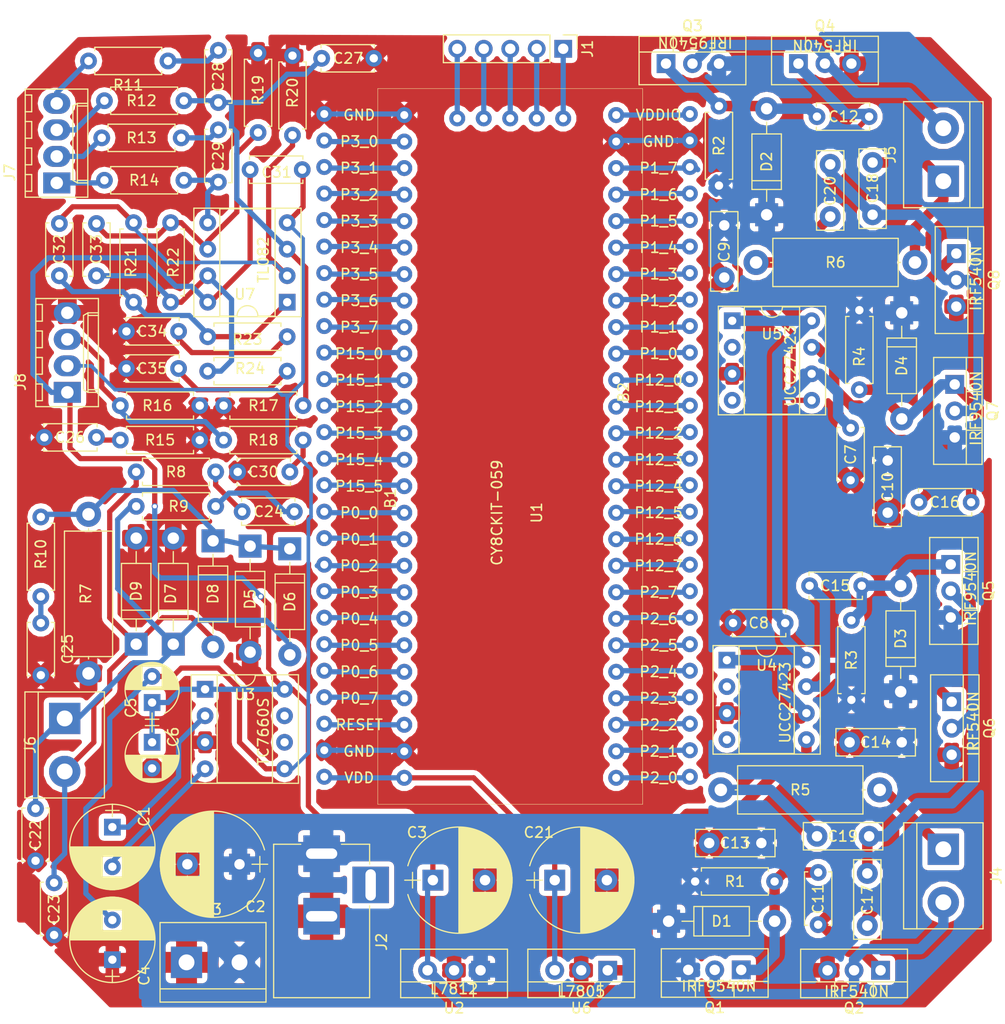
<source format=kicad_pcb>
(kicad_pcb (version 4) (host pcbnew 4.0.7)
  (layers (0 F.Cu signal) (31 B.Cu signal) (34 B.Paste user) (35 F.Paste user) (36 B.SilkS user) (37 F.SilkS user) (38 B.Mask user) (39 F.Mask user) (44 Edge.Cuts user))
  (net 0 "")
  (net 1 "Net-(B1-Pad4)")
  (net 2 "Net-(B1-Pad2)")
  (net 3 "Net-(B1-Pad3)")
  (net 4 "Net-(B1-Pad5)")
  (net 5 "Net-(B1-Pad6)")
  (net 6 "Net-(B1-Pad7)")
  (net 7 "Net-(B1-Pad8)")
  (net 8 "Net-(B1-Pad9)")
  (net 9 "Net-(B1-Pad10)")
  (net 10 "Net-(B1-Pad11)")
  (net 11 "Net-(B1-Pad12)")
  (net 12 "Net-(B1-Pad13)")
  (net 13 "Net-(B1-Pad14)")
  (net 14 "Net-(B1-Pad15)")
  (net 15 "Net-(B1-Pad16)")
  (net 16 "Net-(B1-Pad17)")
  (net 17 "Net-(B1-Pad18)")
  (net 18 "Net-(B1-Pad19)")
  (net 19 "Net-(B1-Pad20)")
  (net 20 "Net-(B1-Pad21)")
  (net 21 "Net-(B1-Pad22)")
  (net 22 "Net-(B1-Pad23)")
  (net 23 "Net-(B1-Pad24)")
  (net 24 "Net-(B2-Pad4)")
  (net 25 "Net-(B2-Pad1)")
  (net 26 "Net-(B2-Pad2)")
  (net 27 "Net-(B2-Pad3)")
  (net 28 "Net-(B2-Pad5)")
  (net 29 "Net-(B2-Pad6)")
  (net 30 "Net-(B2-Pad7)")
  (net 31 "Net-(B2-Pad8)")
  (net 32 "Net-(B2-Pad9)")
  (net 33 "Net-(B2-Pad10)")
  (net 34 "Net-(B2-Pad11)")
  (net 35 "Net-(B2-Pad12)")
  (net 36 "Net-(B2-Pad13)")
  (net 37 "Net-(B2-Pad14)")
  (net 38 "Net-(B2-Pad15)")
  (net 39 "Net-(B2-Pad16)")
  (net 40 "Net-(B2-Pad17)")
  (net 41 "Net-(B2-Pad18)")
  (net 42 "Net-(B2-Pad19)")
  (net 43 "Net-(B2-Pad20)")
  (net 44 "Net-(B2-Pad21)")
  (net 45 "Net-(B2-Pad22)")
  (net 46 "Net-(B2-Pad23)")
  (net 47 "Net-(B2-Pad24)")
  (net 48 "Net-(B2-Pad26)")
  (net 49 "Net-(J1-Pad1)")
  (net 50 "Net-(J1-Pad2)")
  (net 51 "Net-(J1-Pad3)")
  (net 52 "Net-(J1-Pad4)")
  (net 53 "Net-(J1-Pad5)")
  (net 54 "Net-(C1-Pad1)")
  (net 55 "Net-(C1-Pad2)")
  (net 56 +24V)
  (net 57 GND)
  (net 58 +12V)
  (net 59 -12VA)
  (net 60 "Net-(C11-Pad1)")
  (net 61 "Net-(C11-Pad2)")
  (net 62 "Net-(C12-Pad1)")
  (net 63 "Net-(C12-Pad2)")
  (net 64 "Net-(C15-Pad1)")
  (net 65 "Net-(C15-Pad2)")
  (net 66 "Net-(C16-Pad1)")
  (net 67 "Net-(C16-Pad2)")
  (net 68 "Net-(C17-Pad1)")
  (net 69 "Net-(C17-Pad2)")
  (net 70 "Net-(C18-Pad1)")
  (net 71 "Net-(C18-Pad2)")
  (net 72 "Net-(C19-Pad2)")
  (net 73 "Net-(C20-Pad2)")
  (net 74 "Net-(J4-Pad2)")
  (net 75 "Net-(J5-Pad2)")
  (net 76 +5V)
  (net 77 "Net-(C23-Pad1)")
  (net 78 ZCDA)
  (net 79 ZCDB)
  (net 80 CTout)
  (net 81 "Net-(C26-Pad1)")
  (net 82 "Net-(C27-Pad1)")
  (net 83 "Net-(C28-Pad1)")
  (net 84 "Net-(C29-Pad1)")
  (net 85 "Net-(C29-Pad2)")
  (net 86 Ibus)
  (net 87 "Net-(C32-Pad1)")
  (net 88 "Net-(C32-Pad2)")
  (net 89 "Net-(C33-Pad1)")
  (net 90 "Net-(C33-Pad2)")
  (net 91 Vin)
  (net 92 Vbus)
  (net 93 "Net-(D5-Pad1)")
  (net 94 "Net-(J7-Pad1)")
  (net 95 "Net-(J7-Pad2)")
  (net 96 "Net-(J7-Pad3)")
  (net 97 "Net-(J7-Pad4)")
  (net 98 "Net-(J8-Pad3)")
  (net 99 "Net-(C22-Pad1)")
  (module CY8CKIT:CY8CKIT-059 (layer F.Cu) (at 139.7508 74.5236)
    (fp_text reference U1 (at 6.35 17.78 90) (layer F.SilkS))
    (fp_text value CY8CKIT-059)
    (fp_text user CY8CKIT-059 (at 2.54 17.78 90) (layer F.SilkS))
    (pad 4 thru_hole circle (at -6.35 -12.7) (size 1.524 1.524) (drill 0.762) (layers *.Cu *.Mask) (net 1 "Net-(B1-Pad4)"))
    (pad 1 thru_hole circle (at -6.35 -20.32) (size 1.524 1.524) (drill 0.762) (layers *.Cu *.Mask) (net 57 GND))
    (pad 2 thru_hole circle (at -6.35 -17.78) (size 1.524 1.524) (drill 0.762) (layers *.Cu *.Mask) (net 2 "Net-(B1-Pad2)"))
    (pad 3 thru_hole circle (at -6.35 -15.24) (size 1.524 1.524) (drill 0.762) (layers *.Cu *.Mask) (net 3 "Net-(B1-Pad3)"))
    (pad 5 thru_hole circle (at -6.35 -10.16) (size 1.524 1.524) (drill 0.762) (layers *.Cu *.Mask) (net 4 "Net-(B1-Pad5)"))
    (pad 6 thru_hole circle (at -6.35 -7.62) (size 1.524 1.524) (drill 0.762) (layers *.Cu *.Mask) (net 5 "Net-(B1-Pad6)"))
    (pad 7 thru_hole circle (at -6.35 -5.08) (size 1.524 1.524) (drill 0.762) (layers *.Cu *.Mask) (net 6 "Net-(B1-Pad7)"))
    (pad 8 thru_hole circle (at -6.35 -2.54) (size 1.524 1.524) (drill 0.762) (layers *.Cu *.Mask) (net 7 "Net-(B1-Pad8)"))
    (pad 9 thru_hole circle (at -6.35 0) (size 1.524 1.524) (drill 0.762) (layers *.Cu *.Mask) (net 8 "Net-(B1-Pad9)"))
    (pad 10 thru_hole circle (at -6.35 2.54) (size 1.524 1.524) (drill 0.762) (layers *.Cu *.Mask) (net 9 "Net-(B1-Pad10)"))
    (pad 11 thru_hole circle (at -6.35 5.08) (size 1.524 1.524) (drill 0.762) (layers *.Cu *.Mask) (net 10 "Net-(B1-Pad11)"))
    (pad 12 thru_hole circle (at -6.35 7.62) (size 1.524 1.524) (drill 0.762) (layers *.Cu *.Mask) (net 11 "Net-(B1-Pad12)"))
    (pad 13 thru_hole circle (at -6.35 10.16) (size 1.524 1.524) (drill 0.762) (layers *.Cu *.Mask) (net 12 "Net-(B1-Pad13)"))
    (pad 14 thru_hole circle (at -6.35 12.7) (size 1.524 1.524) (drill 0.762) (layers *.Cu *.Mask) (net 13 "Net-(B1-Pad14)"))
    (pad 15 thru_hole circle (at -6.35 15.24) (size 1.524 1.524) (drill 0.762) (layers *.Cu *.Mask) (net 14 "Net-(B1-Pad15)"))
    (pad 16 thru_hole circle (at -6.35 17.78) (size 1.524 1.524) (drill 0.762) (layers *.Cu *.Mask) (net 15 "Net-(B1-Pad16)"))
    (pad 17 thru_hole circle (at -6.35 20.32) (size 1.524 1.524) (drill 0.762) (layers *.Cu *.Mask) (net 16 "Net-(B1-Pad17)"))
    (pad 18 thru_hole circle (at -6.35 22.86) (size 1.524 1.524) (drill 0.762) (layers *.Cu *.Mask) (net 17 "Net-(B1-Pad18)"))
    (pad 19 thru_hole circle (at -6.35 25.4) (size 1.524 1.524) (drill 0.762) (layers *.Cu *.Mask) (net 18 "Net-(B1-Pad19)"))
    (pad 20 thru_hole circle (at -6.35 27.94) (size 1.524 1.524) (drill 0.762) (layers *.Cu *.Mask) (net 19 "Net-(B1-Pad20)"))
    (pad 21 thru_hole circle (at -6.35 30.48) (size 1.524 1.524) (drill 0.762) (layers *.Cu *.Mask) (net 20 "Net-(B1-Pad21)"))
    (pad 22 thru_hole circle (at -6.35 33.02) (size 1.524 1.524) (drill 0.762) (layers *.Cu *.Mask) (net 21 "Net-(B1-Pad22)"))
    (pad 23 thru_hole circle (at -6.35 35.56) (size 1.524 1.524) (drill 0.762) (layers *.Cu *.Mask) (net 22 "Net-(B1-Pad23)"))
    (pad 24 thru_hole circle (at -6.35 38.1) (size 1.524 1.524) (drill 0.762) (layers *.Cu *.Mask) (net 23 "Net-(B1-Pad24)"))
    (pad 25 thru_hole circle (at -6.35 40.64) (size 1.524 1.524) (drill 0.762) (layers *.Cu *.Mask) (net 57 GND))
    (pad 26 thru_hole circle (at -6.35 43.18) (size 1.524 1.524) (drill 0.762) (layers *.Cu *.Mask) (net 76 +5V))
    (pad 27 thru_hole circle (at 13.97 43.18) (size 1.524 1.524) (drill 0.762) (layers *.Cu *.Mask) (net 25 "Net-(B2-Pad1)"))
    (pad 28 thru_hole circle (at 13.97 40.64) (size 1.524 1.524) (drill 0.762) (layers *.Cu *.Mask) (net 26 "Net-(B2-Pad2)"))
    (pad 29 thru_hole circle (at 13.97 38.1) (size 1.524 1.524) (drill 0.762) (layers *.Cu *.Mask) (net 27 "Net-(B2-Pad3)"))
    (pad 30 thru_hole circle (at 13.97 35.56) (size 1.524 1.524) (drill 0.762) (layers *.Cu *.Mask) (net 24 "Net-(B2-Pad4)"))
    (pad 31 thru_hole circle (at 13.97 33.02) (size 1.524 1.524) (drill 0.762) (layers *.Cu *.Mask) (net 28 "Net-(B2-Pad5)"))
    (pad 32 thru_hole circle (at 13.97 30.48) (size 1.524 1.524) (drill 0.762) (layers *.Cu *.Mask) (net 29 "Net-(B2-Pad6)"))
    (pad 33 thru_hole circle (at 13.97 27.94) (size 1.524 1.524) (drill 0.762) (layers *.Cu *.Mask) (net 30 "Net-(B2-Pad7)"))
    (pad 34 thru_hole circle (at 13.97 25.4) (size 1.524 1.524) (drill 0.762) (layers *.Cu *.Mask) (net 31 "Net-(B2-Pad8)"))
    (pad 35 thru_hole circle (at 13.97 22.86) (size 1.524 1.524) (drill 0.762) (layers *.Cu *.Mask) (net 32 "Net-(B2-Pad9)"))
    (pad 36 thru_hole circle (at 13.97 20.32) (size 1.524 1.524) (drill 0.762) (layers *.Cu *.Mask) (net 33 "Net-(B2-Pad10)"))
    (pad 37 thru_hole circle (at 13.97 17.78) (size 1.524 1.524) (drill 0.762) (layers *.Cu *.Mask) (net 34 "Net-(B2-Pad11)"))
    (pad 38 thru_hole circle (at 13.97 15.24) (size 1.524 1.524) (drill 0.762) (layers *.Cu *.Mask) (net 35 "Net-(B2-Pad12)"))
    (pad 39 thru_hole circle (at 13.97 12.7) (size 1.524 1.524) (drill 0.762) (layers *.Cu *.Mask) (net 36 "Net-(B2-Pad13)"))
    (pad 40 thru_hole circle (at 13.97 10.16) (size 1.524 1.524) (drill 0.762) (layers *.Cu *.Mask) (net 37 "Net-(B2-Pad14)"))
    (pad 41 thru_hole circle (at 13.97 7.62) (size 1.524 1.524) (drill 0.762) (layers *.Cu *.Mask) (net 38 "Net-(B2-Pad15)"))
    (pad 42 thru_hole circle (at 13.97 5.08) (size 1.524 1.524) (drill 0.762) (layers *.Cu *.Mask) (net 39 "Net-(B2-Pad16)"))
    (pad 43 thru_hole circle (at 13.97 2.54) (size 1.524 1.524) (drill 0.762) (layers *.Cu *.Mask) (net 40 "Net-(B2-Pad17)"))
    (pad 44 thru_hole circle (at 13.97 0) (size 1.524 1.524) (drill 0.762) (layers *.Cu *.Mask) (net 41 "Net-(B2-Pad18)"))
    (pad 45 thru_hole circle (at 13.97 -2.54) (size 1.524 1.524) (drill 0.762) (layers *.Cu *.Mask) (net 42 "Net-(B2-Pad19)"))
    (pad 46 thru_hole circle (at 13.97 -5.08) (size 1.524 1.524) (drill 0.762) (layers *.Cu *.Mask) (net 43 "Net-(B2-Pad20)"))
    (pad 47 thru_hole circle (at 13.97 -7.62) (size 1.524 1.524) (drill 0.762) (layers *.Cu *.Mask) (net 44 "Net-(B2-Pad21)"))
    (pad 48 thru_hole circle (at 13.97 -10.16) (size 1.524 1.524) (drill 0.762) (layers *.Cu *.Mask) (net 45 "Net-(B2-Pad22)"))
    (pad 49 thru_hole circle (at 13.97 -12.7) (size 1.524 1.524) (drill 0.762) (layers *.Cu *.Mask) (net 46 "Net-(B2-Pad23)"))
    (pad 50 thru_hole circle (at 13.97 -15.24) (size 1.524 1.524) (drill 0.762) (layers *.Cu *.Mask) (net 47 "Net-(B2-Pad24)"))
    (pad 51 thru_hole circle (at 13.97 -17.78) (size 1.524 1.524) (drill 0.762) (layers *.Cu *.Mask) (net 57 GND))
    (pad 52 thru_hole circle (at 13.97 -20.32) (size 1.524 1.524) (drill 0.762) (layers *.Cu *.Mask) (net 48 "Net-(B2-Pad26)"))
    (pad 53 thru_hole circle (at 8.89 -20) (size 1.524 1.524) (drill 0.762) (layers *.Cu *.Mask) (net 49 "Net-(J1-Pad1)"))
    (pad 54 thru_hole circle (at 6.35 -20) (size 1.524 1.524) (drill 0.762) (layers *.Cu *.Mask) (net 50 "Net-(J1-Pad2)"))
    (pad 55 thru_hole circle (at 3.81 -20) (size 1.524 1.524) (drill 0.762) (layers *.Cu *.Mask) (net 51 "Net-(J1-Pad3)"))
    (pad 56 thru_hole circle (at 1.27 -20) (size 1.524 1.524) (drill 0.762) (layers *.Cu *.Mask) (net 52 "Net-(J1-Pad4)"))
    (pad 57 thru_hole circle (at -1.27 -20) (size 1.524 1.524) (drill 0.762) (layers *.Cu *.Mask) (net 53 "Net-(J1-Pad5)"))
  )
  (module Pin_Headers:Pin_Header_Straight_1x05_Pitch2.54mm (layer F.Cu) (at 148.6408 47.8536 270)
    (fp_text reference J1 (at 0 -2.33 270) (layer F.SilkS))
    (fp_text value Conn_01x05)
    (pad 1 thru_hole rect (at 0 0 270) (size 1.7 1.7) (drill 1) (layers *.Cu *.Mask) (net 49 "Net-(J1-Pad1)"))
    (pad 2 thru_hole oval (at 0 2.54 270) (size 1.7 1.7) (drill 1) (layers *.Cu *.Mask) (net 50 "Net-(J1-Pad2)"))
    (pad 3 thru_hole oval (at 0 5.08 270) (size 1.7 1.7) (drill 1) (layers *.Cu *.Mask) (net 51 "Net-(J1-Pad3)"))
    (pad 4 thru_hole oval (at 0 7.62 270) (size 1.7 1.7) (drill 1) (layers *.Cu *.Mask) (net 52 "Net-(J1-Pad4)"))
    (pad 5 thru_hole oval (at 0 10.16 270) (size 1.7 1.7) (drill 1) (layers *.Cu *.Mask) (net 53 "Net-(J1-Pad5)"))
  )
  (module CY8CKIT:CY8CKIT-059-BRKOUT (layer F.Cu) (at 125.73 80.772)
    (fp_text reference B1 (at 6.35 10.16 90) (layer F.SilkS))
    (fp_text value CY8CKIT-059-BRKOUT)
    (pad 4 thru_hole circle (at 0 -19.05) (size 1.524 1.524) (drill 0.762) (layers *.Cu *.Mask) (net 1 "Net-(B1-Pad4)"))
    (pad 1 thru_hole circle (at 0 -26.67) (size 1.524 1.524) (drill 0.762) (layers *.Cu *.Mask) (net 57 GND))
    (pad 2 thru_hole circle (at 0 -24.13) (size 1.524 1.524) (drill 0.762) (layers *.Cu *.Mask) (net 2 "Net-(B1-Pad2)"))
    (pad 3 thru_hole circle (at 0 -21.59) (size 1.524 1.524) (drill 0.762) (layers *.Cu *.Mask) (net 3 "Net-(B1-Pad3)"))
    (pad 5 thru_hole circle (at 0 -16.51) (size 1.524 1.524) (drill 0.762) (layers *.Cu *.Mask) (net 4 "Net-(B1-Pad5)"))
    (pad 6 thru_hole circle (at 0 -13.97) (size 1.524 1.524) (drill 0.762) (layers *.Cu *.Mask) (net 5 "Net-(B1-Pad6)"))
    (pad 7 thru_hole circle (at 0 -11.43) (size 1.524 1.524) (drill 0.762) (layers *.Cu *.Mask) (net 6 "Net-(B1-Pad7)"))
    (pad 8 thru_hole circle (at 0 -8.89) (size 1.524 1.524) (drill 0.762) (layers *.Cu *.Mask) (net 7 "Net-(B1-Pad8)"))
    (pad 9 thru_hole circle (at 0 -6.35) (size 1.524 1.524) (drill 0.762) (layers *.Cu *.Mask) (net 8 "Net-(B1-Pad9)"))
    (pad 10 thru_hole circle (at 0 -3.81) (size 1.524 1.524) (drill 0.762) (layers *.Cu *.Mask) (net 9 "Net-(B1-Pad10)"))
    (pad 11 thru_hole circle (at 0 -1.27) (size 1.524 1.524) (drill 0.762) (layers *.Cu *.Mask) (net 10 "Net-(B1-Pad11)"))
    (pad 12 thru_hole circle (at 0 1.27) (size 1.524 1.524) (drill 0.762) (layers *.Cu *.Mask) (net 11 "Net-(B1-Pad12)"))
    (pad 13 thru_hole circle (at 0 3.81) (size 1.524 1.524) (drill 0.762) (layers *.Cu *.Mask) (net 12 "Net-(B1-Pad13)"))
    (pad 14 thru_hole circle (at 0 6.35) (size 1.524 1.524) (drill 0.762) (layers *.Cu *.Mask) (net 13 "Net-(B1-Pad14)"))
    (pad 15 thru_hole circle (at 0 8.89) (size 1.524 1.524) (drill 0.762) (layers *.Cu *.Mask) (net 14 "Net-(B1-Pad15)"))
    (pad 16 thru_hole circle (at 0 11.43) (size 1.524 1.524) (drill 0.762) (layers *.Cu *.Mask) (net 15 "Net-(B1-Pad16)"))
    (pad 17 thru_hole circle (at 0 13.97) (size 1.524 1.524) (drill 0.762) (layers *.Cu *.Mask) (net 16 "Net-(B1-Pad17)"))
    (pad 18 thru_hole circle (at 0 16.51) (size 1.524 1.524) (drill 0.762) (layers *.Cu *.Mask) (net 17 "Net-(B1-Pad18)"))
    (pad 19 thru_hole circle (at 0 19.05) (size 1.524 1.524) (drill 0.762) (layers *.Cu *.Mask) (net 18 "Net-(B1-Pad19)"))
    (pad 20 thru_hole circle (at 0 21.59) (size 1.524 1.524) (drill 0.762) (layers *.Cu *.Mask) (net 19 "Net-(B1-Pad20)"))
    (pad 21 thru_hole circle (at 0 24.13) (size 1.524 1.524) (drill 0.762) (layers *.Cu *.Mask) (net 20 "Net-(B1-Pad21)"))
    (pad 22 thru_hole circle (at 0 26.67) (size 1.524 1.524) (drill 0.762) (layers *.Cu *.Mask) (net 21 "Net-(B1-Pad22)"))
    (pad 23 thru_hole circle (at 0 29.21) (size 1.524 1.524) (drill 0.762) (layers *.Cu *.Mask) (net 22 "Net-(B1-Pad23)"))
    (pad 24 thru_hole circle (at 0 31.75) (size 1.524 1.524) (drill 0.762) (layers *.Cu *.Mask) (net 23 "Net-(B1-Pad24)"))
    (pad 25 thru_hole circle (at 0 34.29) (size 1.524 1.524) (drill 0.762) (layers *.Cu *.Mask) (net 57 GND))
    (pad 26 thru_hole circle (at 0 36.83) (size 1.524 1.524) (drill 0.762) (layers *.Cu *.Mask) (net 76 +5V))
  )
  (module CY8CKIT:CY8CKIT-059-BRKOUT (layer F.Cu) (at 160.782 90.932 180)
    (fp_text reference B2 (at 6.35 10.16 270) (layer F.SilkS))
    (fp_text value CY8CKIT-059-BRKOUT)
    (pad 4 thru_hole circle (at 0 -19.05 180) (size 1.524 1.524) (drill 0.762) (layers *.Cu *.Mask) (net 24 "Net-(B2-Pad4)"))
    (pad 1 thru_hole circle (at 0 -26.67 180) (size 1.524 1.524) (drill 0.762) (layers *.Cu *.Mask) (net 25 "Net-(B2-Pad1)"))
    (pad 2 thru_hole circle (at 0 -24.13 180) (size 1.524 1.524) (drill 0.762) (layers *.Cu *.Mask) (net 26 "Net-(B2-Pad2)"))
    (pad 3 thru_hole circle (at 0 -21.59 180) (size 1.524 1.524) (drill 0.762) (layers *.Cu *.Mask) (net 27 "Net-(B2-Pad3)"))
    (pad 5 thru_hole circle (at 0 -16.51 180) (size 1.524 1.524) (drill 0.762) (layers *.Cu *.Mask) (net 28 "Net-(B2-Pad5)"))
    (pad 6 thru_hole circle (at 0 -13.97 180) (size 1.524 1.524) (drill 0.762) (layers *.Cu *.Mask) (net 29 "Net-(B2-Pad6)"))
    (pad 7 thru_hole circle (at 0 -11.43 180) (size 1.524 1.524) (drill 0.762) (layers *.Cu *.Mask) (net 30 "Net-(B2-Pad7)"))
    (pad 8 thru_hole circle (at 0 -8.89 180) (size 1.524 1.524) (drill 0.762) (layers *.Cu *.Mask) (net 31 "Net-(B2-Pad8)"))
    (pad 9 thru_hole circle (at 0 -6.35 180) (size 1.524 1.524) (drill 0.762) (layers *.Cu *.Mask) (net 32 "Net-(B2-Pad9)"))
    (pad 10 thru_hole circle (at 0 -3.81 180) (size 1.524 1.524) (drill 0.762) (layers *.Cu *.Mask) (net 33 "Net-(B2-Pad10)"))
    (pad 11 thru_hole circle (at 0 -1.27 180) (size 1.524 1.524) (drill 0.762) (layers *.Cu *.Mask) (net 34 "Net-(B2-Pad11)"))
    (pad 12 thru_hole circle (at 0 1.27 180) (size 1.524 1.524) (drill 0.762) (layers *.Cu *.Mask) (net 35 "Net-(B2-Pad12)"))
    (pad 13 thru_hole circle (at 0 3.81 180) (size 1.524 1.524) (drill 0.762) (layers *.Cu *.Mask) (net 36 "Net-(B2-Pad13)"))
    (pad 14 thru_hole circle (at 0 6.35 180) (size 1.524 1.524) (drill 0.762) (layers *.Cu *.Mask) (net 37 "Net-(B2-Pad14)"))
    (pad 15 thru_hole circle (at 0 8.89 180) (size 1.524 1.524) (drill 0.762) (layers *.Cu *.Mask) (net 38 "Net-(B2-Pad15)"))
    (pad 16 thru_hole circle (at 0 11.43 180) (size 1.524 1.524) (drill 0.762) (layers *.Cu *.Mask) (net 39 "Net-(B2-Pad16)"))
    (pad 17 thru_hole circle (at 0 13.97 180) (size 1.524 1.524) (drill 0.762) (layers *.Cu *.Mask) (net 40 "Net-(B2-Pad17)"))
    (pad 18 thru_hole circle (at 0 16.51 180) (size 1.524 1.524) (drill 0.762) (layers *.Cu *.Mask) (net 41 "Net-(B2-Pad18)"))
    (pad 19 thru_hole circle (at 0 19.05 180) (size 1.524 1.524) (drill 0.762) (layers *.Cu *.Mask) (net 42 "Net-(B2-Pad19)"))
    (pad 20 thru_hole circle (at 0 21.59 180) (size 1.524 1.524) (drill 0.762) (layers *.Cu *.Mask) (net 43 "Net-(B2-Pad20)"))
    (pad 21 thru_hole circle (at 0 24.13 180) (size 1.524 1.524) (drill 0.762) (layers *.Cu *.Mask) (net 44 "Net-(B2-Pad21)"))
    (pad 22 thru_hole circle (at 0 26.67 180) (size 1.524 1.524) (drill 0.762) (layers *.Cu *.Mask) (net 45 "Net-(B2-Pad22)"))
    (pad 23 thru_hole circle (at 0 29.21 180) (size 1.524 1.524) (drill 0.762) (layers *.Cu *.Mask) (net 46 "Net-(B2-Pad23)"))
    (pad 24 thru_hole circle (at 0 31.75 180) (size 1.524 1.524) (drill 0.762) (layers *.Cu *.Mask) (net 47 "Net-(B2-Pad24)"))
    (pad 25 thru_hole circle (at 0 34.29 180) (size 1.524 1.524) (drill 0.762) (layers *.Cu *.Mask) (net 57 GND))
    (pad 26 thru_hole circle (at 0 36.83 180) (size 1.524 1.524) (drill 0.762) (layers *.Cu *.Mask) (net 48 "Net-(B2-Pad26)"))
  )
  (module Capacitors_THT:CP_Radial_D8.0mm_P3.80mm (layer F.Cu) (at 105.41 122.428 270)
    (fp_text reference C1 (at -1.016 -3.048 270) (layer F.SilkS))
    (fp_text value "4.7 uF")
    (pad 1 thru_hole rect (at 0 0 270) (size 1.6 1.6) (drill 0.8) (layers *.Cu *.Mask) (net 54 "Net-(C1-Pad1)"))
    (pad 2 thru_hole circle (at 3.8 0 270) (size 1.6 1.6) (drill 0.8) (layers *.Cu *.Mask) (net 55 "Net-(C1-Pad2)"))
  )
  (module Capacitors_THT:CP_Radial_D10.0mm_P5.00mm (layer F.Cu) (at 117.602 125.984 180)
    (fp_text reference C2 (at -1.524 -4.064 180) (layer F.SilkS))
    (fp_text value "100 uF")
    (pad 1 thru_hole rect (at 0 0 180) (size 2 2) (drill 1) (layers *.Cu *.Mask) (net 56 +24V))
    (pad 2 thru_hole circle (at 5 0 180) (size 2 2) (drill 1) (layers *.Cu *.Mask) (net 57 GND))
  )
  (module Capacitors_THT:CP_Radial_D10.0mm_P5.00mm (layer F.Cu) (at 136.144 127.508)
    (fp_text reference C3 (at -1.524 -4.572) (layer F.SilkS))
    (fp_text value "330 uF")
    (pad 1 thru_hole rect (at 0 0) (size 2 2) (drill 1) (layers *.Cu *.Mask) (net 58 +12V))
    (pad 2 thru_hole circle (at 5 0) (size 2 2) (drill 1) (layers *.Cu *.Mask) (net 57 GND))
  )
  (module Capacitors_THT:CP_Radial_D8.0mm_P3.80mm (layer F.Cu) (at 105.41 135.128 90)
    (fp_text reference C4 (at -1.524 3.048 90) (layer F.SilkS))
    (fp_text value "10 uF")
    (pad 1 thru_hole rect (at 0 0 90) (size 1.6 1.6) (drill 0.8) (layers *.Cu *.Mask) (net 57 GND))
    (pad 2 thru_hole circle (at 3.8 0 90) (size 1.6 1.6) (drill 0.8) (layers *.Cu *.Mask) (net 59 -12VA))
  )
  (module Capacitors_THT:CP_Radial_D5.0mm_P2.50mm (layer F.Cu) (at 109.22 110.49 90)
    (fp_text reference C5 (at -0.508 -2.032 90) (layer F.SilkS))
    (fp_text value "1 uF")
    (pad 1 thru_hole rect (at 0 0 90) (size 1.6 1.6) (drill 0.8) (layers *.Cu *.Mask) (net 58 +12V))
    (pad 2 thru_hole circle (at 2.5 0 90) (size 1.6 1.6) (drill 0.8) (layers *.Cu *.Mask) (net 59 -12VA))
  )
  (module Capacitors_THT:CP_Radial_D5.0mm_P2.50mm (layer F.Cu) (at 109.22 114.3 270)
    (fp_text reference C6 (at -0.508 -2.032 270) (layer F.SilkS))
    (fp_text value "1 uF")
    (pad 1 thru_hole rect (at 0 0 270) (size 1.6 1.6) (drill 0.8) (layers *.Cu *.Mask) (net 58 +12V))
    (pad 2 thru_hole circle (at 2.5 0 270) (size 1.6 1.6) (drill 0.8) (layers *.Cu *.Mask) (net 57 GND))
  )
  (module Capacitors_THT:C_Disc_D5.0mm_W2.5mm_P5.00mm (layer F.Cu) (at 176.1998 84.1883 270)
    (fp_text reference C7 (at 2.54 0 270) (layer F.SilkS))
    (fp_text value "1 uF")
    (pad 1 thru_hole circle (at 0 0 270) (size 1.6 1.6) (drill 0.8) (layers *.Cu *.Mask) (net 58 +12V))
    (pad 2 thru_hole circle (at 5 0 270) (size 1.6 1.6) (drill 0.8) (layers *.Cu *.Mask) (net 57 GND))
  )
  (module Capacitors_THT:C_Disc_D5.0mm_W2.5mm_P5.00mm (layer F.Cu) (at 169.926 102.87 180)
    (fp_text reference C8 (at 2.54 0 180) (layer F.SilkS))
    (fp_text value "1 uF")
    (pad 1 thru_hole circle (at 0 0 180) (size 1.6 1.6) (drill 0.8) (layers *.Cu *.Mask) (net 58 +12V))
    (pad 2 thru_hole circle (at 5 0 180) (size 1.6 1.6) (drill 0.8) (layers *.Cu *.Mask) (net 57 GND))
  )
  (module Capacitors_THT:C_Disc_D7.5mm_W2.5mm_P5.00mm (layer F.Cu) (at 164.084 64.77 270)
    (fp_text reference C9 (at 2.54 0 270) (layer F.SilkS))
    (fp_text value "4.7 uF")
    (pad 1 thru_hole circle (at 0 0 270) (size 2 2) (drill 1) (layers *.Cu *.Mask) (net 56 +24V))
    (pad 2 thru_hole circle (at 5 0 270) (size 2 2) (drill 1) (layers *.Cu *.Mask) (net 57 GND))
  )
  (module Capacitors_THT:C_Disc_D7.5mm_W2.5mm_P5.00mm (layer F.Cu) (at 179.7558 87.2998 270)
    (fp_text reference C10 (at 2.54 0 270) (layer F.SilkS))
    (fp_text value "4.7 uF")
    (pad 1 thru_hole circle (at 0 0 270) (size 2 2) (drill 1) (layers *.Cu *.Mask) (net 56 +24V))
    (pad 2 thru_hole circle (at 5 0 270) (size 2 2) (drill 1) (layers *.Cu *.Mask) (net 57 GND))
  )
  (module Capacitors_THT:C_Disc_D5.0mm_W2.5mm_P5.00mm (layer F.Cu) (at 173.0883 126.7714 270)
    (fp_text reference C11 (at 2.54 0 270) (layer F.SilkS))
    (fp_text value "0.1 uF")
    (pad 1 thru_hole circle (at 0 0 270) (size 1.6 1.6) (drill 0.8) (layers *.Cu *.Mask) (net 60 "Net-(C11-Pad1)"))
    (pad 2 thru_hole circle (at 5 0 270) (size 1.6 1.6) (drill 0.8) (layers *.Cu *.Mask) (net 61 "Net-(C11-Pad2)"))
  )
  (module Capacitors_THT:C_Disc_D5.0mm_W2.5mm_P5.00mm (layer F.Cu) (at 172.974 54.356)
    (fp_text reference C12 (at 2.54 0) (layer F.SilkS))
    (fp_text value "0.1 uF")
    (pad 1 thru_hole circle (at 0 0) (size 1.6 1.6) (drill 0.8) (layers *.Cu *.Mask) (net 62 "Net-(C12-Pad1)"))
    (pad 2 thru_hole circle (at 5 0) (size 1.6 1.6) (drill 0.8) (layers *.Cu *.Mask) (net 63 "Net-(C12-Pad2)"))
  )
  (module Capacitors_THT:C_Disc_D7.5mm_W2.5mm_P5.00mm (layer F.Cu) (at 167.64 123.952 180)
    (fp_text reference C13 (at 2.54 0 180) (layer F.SilkS))
    (fp_text value "4.7 uF")
    (pad 1 thru_hole circle (at 0 0 180) (size 2 2) (drill 1) (layers *.Cu *.Mask) (net 56 +24V))
    (pad 2 thru_hole circle (at 5 0 180) (size 2 2) (drill 1) (layers *.Cu *.Mask) (net 57 GND))
  )
  (module Capacitors_THT:C_Disc_D7.5mm_W2.5mm_P5.00mm (layer F.Cu) (at 181.102 114.3 180)
    (fp_text reference C14 (at 2.54 0 180) (layer F.SilkS))
    (fp_text value "4.7 uF")
    (pad 1 thru_hole circle (at 0 0 180) (size 2 2) (drill 1) (layers *.Cu *.Mask) (net 56 +24V))
    (pad 2 thru_hole circle (at 5 0 180) (size 2 2) (drill 1) (layers *.Cu *.Mask) (net 57 GND))
  )
  (module Capacitors_THT:C_Disc_D5.0mm_W2.5mm_P5.00mm (layer F.Cu) (at 177.2666 99.3013 180)
    (fp_text reference C15 (at 2.54 0 180) (layer F.SilkS))
    (fp_text value "0.1 uF")
    (pad 1 thru_hole circle (at 0 0 180) (size 1.6 1.6) (drill 0.8) (layers *.Cu *.Mask) (net 64 "Net-(C15-Pad1)"))
    (pad 2 thru_hole circle (at 5 0 180) (size 1.6 1.6) (drill 0.8) (layers *.Cu *.Mask) (net 65 "Net-(C15-Pad2)"))
  )
  (module Capacitors_THT:C_Disc_D5.0mm_W2.5mm_P5.00mm (layer F.Cu) (at 187.7568 91.3003 180)
    (fp_text reference C16 (at 2.54 0 180) (layer F.SilkS))
    (fp_text value "0.1 uF")
    (pad 1 thru_hole circle (at 0 0 180) (size 1.6 1.6) (drill 0.8) (layers *.Cu *.Mask) (net 66 "Net-(C16-Pad1)"))
    (pad 2 thru_hole circle (at 5 0 180) (size 1.6 1.6) (drill 0.8) (layers *.Cu *.Mask) (net 67 "Net-(C16-Pad2)"))
  )
  (module Capacitors_THT:C_Disc_D7.5mm_W2.5mm_P5.00mm (layer F.Cu) (at 177.8 126.8603 270)
    (fp_text reference C17 (at 2.54 0 270) (layer F.SilkS))
    (fp_text value "2.2 uF")
    (pad 1 thru_hole circle (at 0 0 270) (size 2 2) (drill 1) (layers *.Cu *.Mask) (net 68 "Net-(C17-Pad1)"))
    (pad 2 thru_hole circle (at 5 0 270) (size 2 2) (drill 1) (layers *.Cu *.Mask) (net 69 "Net-(C17-Pad2)"))
  )
  (module Capacitors_THT:C_Disc_D7.5mm_W2.5mm_P5.00mm (layer F.Cu) (at 178.308 63.754 90)
    (fp_text reference C18 (at 2.54 0 90) (layer F.SilkS))
    (fp_text value "2.2 uF")
    (pad 1 thru_hole circle (at 0 0 90) (size 2 2) (drill 1) (layers *.Cu *.Mask) (net 70 "Net-(C18-Pad1)"))
    (pad 2 thru_hole circle (at 5 0 90) (size 2 2) (drill 1) (layers *.Cu *.Mask) (net 71 "Net-(C18-Pad2)"))
  )
  (module Capacitors_THT:C_Disc_D7.5mm_W2.5mm_P5.00mm (layer F.Cu) (at 177.9778 123.3043 180)
    (fp_text reference C19 (at 2.54 0 180) (layer F.SilkS))
    (fp_text value "1 uF")
    (pad 1 thru_hole circle (at 0 0 180) (size 2 2) (drill 1) (layers *.Cu *.Mask) (net 68 "Net-(C17-Pad1)"))
    (pad 2 thru_hole circle (at 5 0 180) (size 2 2) (drill 1) (layers *.Cu *.Mask) (net 72 "Net-(C19-Pad2)"))
  )
  (module Capacitors_THT:C_Disc_D7.5mm_W2.5mm_P5.00mm (layer F.Cu) (at 174.244 58.928 270)
    (fp_text reference C20 (at 2.54 0 270) (layer F.SilkS))
    (fp_text value "1 uF")
    (pad 1 thru_hole circle (at 0 0 270) (size 2 2) (drill 1) (layers *.Cu *.Mask) (net 70 "Net-(C18-Pad1)"))
    (pad 2 thru_hole circle (at 5 0 270) (size 2 2) (drill 1) (layers *.Cu *.Mask) (net 73 "Net-(C20-Pad2)"))
  )
  (module Diodes_THT:D_DO-41_SOD81_P10.16mm_Horizontal (layer F.Cu) (at 158.75 131.445)
    (fp_text reference D1 (at 5.08 0) (layer F.SilkS))
    (fp_text value 1N4148)
    (pad 1 thru_hole rect (at 0 0) (size 2.2 2.2) (drill 1.1) (layers *.Cu *.Mask) (net 56 +24V))
    (pad 2 thru_hole oval (at 10.16 0) (size 2.2 2.2) (drill 1.1) (layers *.Cu *.Mask) (net 60 "Net-(C11-Pad1)"))
  )
  (module Diodes_THT:D_DO-41_SOD81_P10.16mm_Horizontal (layer F.Cu) (at 168.148 63.754 90)
    (fp_text reference D2 (at 5.08 0 90) (layer F.SilkS))
    (fp_text value 1N4148)
    (pad 1 thru_hole rect (at 0 0 90) (size 2.2 2.2) (drill 1.1) (layers *.Cu *.Mask) (net 56 +24V))
    (pad 2 thru_hole oval (at 10.16 0 90) (size 2.2 2.2) (drill 1.1) (layers *.Cu *.Mask) (net 62 "Net-(C12-Pad1)"))
  )
  (module Diodes_THT:D_DO-41_SOD81_P10.16mm_Horizontal (layer F.Cu) (at 181.0004 109.4486 90)
    (fp_text reference D3 (at 5.08 0 90) (layer F.SilkS))
    (fp_text value 1N4148)
    (pad 1 thru_hole rect (at 0 0 90) (size 2.2 2.2) (drill 1.1) (layers *.Cu *.Mask) (net 56 +24V))
    (pad 2 thru_hole oval (at 10.16 0 90) (size 2.2 2.2) (drill 1.1) (layers *.Cu *.Mask) (net 64 "Net-(C15-Pad1)"))
  )
  (module Diodes_THT:D_DO-41_SOD81_P10.16mm_Horizontal (layer F.Cu) (at 181.102 73.152 270)
    (fp_text reference D4 (at 5.08 0 270) (layer F.SilkS))
    (fp_text value 1N4148)
    (pad 1 thru_hole rect (at 0 0 270) (size 2.2 2.2) (drill 1.1) (layers *.Cu *.Mask) (net 56 +24V))
    (pad 2 thru_hole oval (at 10.16 0 270) (size 2.2 2.2) (drill 1.1) (layers *.Cu *.Mask) (net 66 "Net-(C16-Pad1)"))
  )
  (module Connectors:BARREL_JACK (layer F.Cu) (at 125.476 124.968 90)
    (fp_text reference J2 (at -8.45 5.75 270) (layer F.SilkS))
    (fp_text value Barrel_Jack)
    (pad 1 thru_hole rect (at 0 0 90) (size 3.5 3.5) (drill oval 1 3) (layers *.Cu *.Mask) (net 56 +24V))
    (pad 2 thru_hole rect (at -6 0 90) (size 3.5 3.5) (drill oval 1 3) (layers *.Cu *.Mask) (net 57 GND))
    (pad 3 thru_hole rect (at -3 4.7 90) (size 3.5 3.5) (drill oval 3 1) (layers *.Cu *.Mask))
  )
  (module Connectors_Terminal_Blocks:TerminalBlock_bornier-2_P5.08mm (layer F.Cu) (at 112.522 135.382)
    (fp_text reference J3 (at 2.54 -5.08) (layer F.SilkS))
    (fp_text value Conn_01x02)
    (pad 1 thru_hole rect (at 0 0) (size 3 3) (drill 1.52) (layers *.Cu *.Mask) (net 57 GND))
    (pad 2 thru_hole circle (at 5.08 0) (size 3 3) (drill 1.52) (layers *.Cu *.Mask) (net 56 +24V))
  )
  (module Connectors_Terminal_Blocks:TerminalBlock_bornier-2_P5.08mm (layer F.Cu) (at 185.0898 124.5489 270)
    (fp_text reference J4 (at 2.54 -5.08 270) (layer F.SilkS))
    (fp_text value Conn_01x02)
    (pad 1 thru_hole rect (at 0 0 270) (size 3 3) (drill 1.52) (layers *.Cu *.Mask) (net 69 "Net-(C17-Pad2)"))
    (pad 2 thru_hole circle (at 5.08 0 270) (size 3 3) (drill 1.52) (layers *.Cu *.Mask) (net 74 "Net-(J4-Pad2)"))
  )
  (module Connectors_Terminal_Blocks:TerminalBlock_bornier-2_P5.08mm (layer F.Cu) (at 185.0898 60.5409 90)
    (fp_text reference J5 (at 2.54 -5.08 90) (layer F.SilkS))
    (fp_text value Conn_01x02)
    (pad 1 thru_hole rect (at 0 0 90) (size 3 3) (drill 1.52) (layers *.Cu *.Mask) (net 71 "Net-(C18-Pad2)"))
    (pad 2 thru_hole circle (at 5.08 0 90) (size 3 3) (drill 1.52) (layers *.Cu *.Mask) (net 75 "Net-(J5-Pad2)"))
  )
  (module Resistors_THT:R_Axial_DIN0207_L6.3mm_D2.5mm_P7.62mm_Horizontal (layer F.Cu) (at 161.29 127.635)
    (fp_text reference R1 (at 3.81 0) (layer F.SilkS))
    (fp_text value 1k)
    (pad 1 thru_hole circle (at 0 0) (size 1.6 1.6) (drill 0.8) (layers *.Cu *.Mask) (net 56 +24V))
    (pad 2 thru_hole oval (at 7.62 0) (size 1.6 1.6) (drill 0.8) (layers *.Cu *.Mask) (net 60 "Net-(C11-Pad1)"))
  )
  (module Resistors_THT:R_Axial_DIN0207_L6.3mm_D2.5mm_P7.62mm_Horizontal (layer F.Cu) (at 163.576 60.96 90)
    (fp_text reference R2 (at 3.81 0 90) (layer F.SilkS))
    (fp_text value 1k)
    (pad 1 thru_hole circle (at 0 0 90) (size 1.6 1.6) (drill 0.8) (layers *.Cu *.Mask) (net 56 +24V))
    (pad 2 thru_hole oval (at 7.62 0 90) (size 1.6 1.6) (drill 0.8) (layers *.Cu *.Mask) (net 62 "Net-(C12-Pad1)"))
  )
  (module Resistors_THT:R_Axial_DIN0207_L6.3mm_D2.5mm_P7.62mm_Horizontal (layer F.Cu) (at 176.276 110.236 90)
    (fp_text reference R3 (at 3.81 0 90) (layer F.SilkS))
    (fp_text value 1k)
    (pad 1 thru_hole circle (at 0 0 90) (size 1.6 1.6) (drill 0.8) (layers *.Cu *.Mask) (net 56 +24V))
    (pad 2 thru_hole oval (at 7.62 0 90) (size 1.6 1.6) (drill 0.8) (layers *.Cu *.Mask) (net 64 "Net-(C15-Pad1)"))
  )
  (module Resistors_THT:R_Axial_DIN0207_L6.3mm_D2.5mm_P7.62mm_Horizontal (layer F.Cu) (at 177.038 72.898 270)
    (fp_text reference R4 (at 4.445 0 270) (layer F.SilkS))
    (fp_text value 1k)
    (pad 1 thru_hole circle (at 0 0 270) (size 1.6 1.6) (drill 0.8) (layers *.Cu *.Mask) (net 56 +24V))
    (pad 2 thru_hole oval (at 7.62 0 270) (size 1.6 1.6) (drill 0.8) (layers *.Cu *.Mask) (net 66 "Net-(C16-Pad1)"))
  )
  (module Resistors_THT:R_Axial_DIN0414_L11.9mm_D4.5mm_P15.24mm_Horizontal (layer F.Cu) (at 163.7538 118.8593)
    (fp_text reference R5 (at 7.62 0) (layer F.SilkS))
    (fp_text value 15R)
    (pad 1 thru_hole circle (at 0 0) (size 2.4 2.4) (drill 1.2) (layers *.Cu *.Mask) (net 72 "Net-(C19-Pad2)"))
    (pad 2 thru_hole oval (at 15.24 0) (size 2.4 2.4) (drill 1.2) (layers *.Cu *.Mask) (net 69 "Net-(C17-Pad2)"))
  )
  (module Resistors_THT:R_Axial_DIN0414_L11.9mm_D4.5mm_P15.24mm_Horizontal (layer F.Cu) (at 167.132 68.326)
    (fp_text reference R6 (at 7.62 0) (layer F.SilkS))
    (fp_text value 15R)
    (pad 1 thru_hole circle (at 0 0) (size 2.4 2.4) (drill 1.2) (layers *.Cu *.Mask) (net 73 "Net-(C20-Pad2)"))
    (pad 2 thru_hole oval (at 15.24 0) (size 2.4 2.4) (drill 1.2) (layers *.Cu *.Mask) (net 71 "Net-(C18-Pad2)"))
  )
  (module Housings_DIP:DIP-8_W7.62mm_Socket (layer F.Cu) (at 114.3 109.22)
    (fp_text reference U3 (at 3.81 0.508) (layer F.SilkS))
    (fp_text value TC7660S)
    (pad 1 thru_hole rect (at 0 0) (size 1.6 1.6) (drill 0.8) (layers *.Cu *.Mask) (net 58 +12V))
    (pad 5 thru_hole oval (at 7.62 7.62) (size 1.6 1.6) (drill 0.8) (layers *.Cu *.Mask) (net 59 -12VA))
    (pad 2 thru_hole oval (at 0 2.54) (size 1.6 1.6) (drill 0.8) (layers *.Cu *.Mask) (net 54 "Net-(C1-Pad1)"))
    (pad 6 thru_hole oval (at 7.62 5.08) (size 1.6 1.6) (drill 0.8) (layers *.Cu *.Mask))
    (pad 3 thru_hole oval (at 0 5.08) (size 1.6 1.6) (drill 0.8) (layers *.Cu *.Mask) (net 57 GND))
    (pad 7 thru_hole oval (at 7.62 2.54) (size 1.6 1.6) (drill 0.8) (layers *.Cu *.Mask))
    (pad 4 thru_hole oval (at 0 7.62) (size 1.6 1.6) (drill 0.8) (layers *.Cu *.Mask) (net 55 "Net-(C1-Pad2)"))
    (pad 8 thru_hole oval (at 7.62 0) (size 1.6 1.6) (drill 0.8) (layers *.Cu *.Mask) (net 58 +12V))
  )
  (module Housings_DIP:DIP-8_W7.62mm_Socket (layer F.Cu) (at 164.338 106.426)
    (fp_text reference U4 (at 3.81 0.508) (layer F.SilkS))
    (fp_text value UCC27423)
    (pad 1 thru_hole rect (at 0 0) (size 1.6 1.6) (drill 0.8) (layers *.Cu *.Mask) (net 58 +12V))
    (pad 5 thru_hole oval (at 7.62 7.62) (size 1.6 1.6) (drill 0.8) (layers *.Cu *.Mask) (net 61 "Net-(C11-Pad2)"))
    (pad 2 thru_hole oval (at 0 2.54) (size 1.6 1.6) (drill 0.8) (layers *.Cu *.Mask))
    (pad 6 thru_hole oval (at 7.62 5.08) (size 1.6 1.6) (drill 0.8) (layers *.Cu *.Mask) (net 58 +12V))
    (pad 3 thru_hole oval (at 0 5.08) (size 1.6 1.6) (drill 0.8) (layers *.Cu *.Mask) (net 57 GND))
    (pad 7 thru_hole oval (at 7.62 2.54) (size 1.6 1.6) (drill 0.8) (layers *.Cu *.Mask) (net 65 "Net-(C15-Pad2)"))
    (pad 4 thru_hole oval (at 0 7.62) (size 1.6 1.6) (drill 0.8) (layers *.Cu *.Mask))
    (pad 8 thru_hole oval (at 7.62 0) (size 1.6 1.6) (drill 0.8) (layers *.Cu *.Mask) (net 58 +12V))
  )
  (module Housings_DIP:DIP-8_W7.62mm_Socket (layer F.Cu) (at 164.846 73.914)
    (fp_text reference U5 (at 3.81 1.27) (layer F.SilkS))
    (fp_text value UCC27423)
    (pad 1 thru_hole rect (at 0 0) (size 1.6 1.6) (drill 0.8) (layers *.Cu *.Mask) (net 58 +12V))
    (pad 5 thru_hole oval (at 7.62 7.62) (size 1.6 1.6) (drill 0.8) (layers *.Cu *.Mask) (net 63 "Net-(C12-Pad2)"))
    (pad 2 thru_hole oval (at 0 2.54) (size 1.6 1.6) (drill 0.8) (layers *.Cu *.Mask))
    (pad 6 thru_hole oval (at 7.62 5.08) (size 1.6 1.6) (drill 0.8) (layers *.Cu *.Mask) (net 58 +12V))
    (pad 3 thru_hole oval (at 0 5.08) (size 1.6 1.6) (drill 0.8) (layers *.Cu *.Mask) (net 57 GND))
    (pad 7 thru_hole oval (at 7.62 2.54) (size 1.6 1.6) (drill 0.8) (layers *.Cu *.Mask) (net 67 "Net-(C16-Pad2)"))
    (pad 4 thru_hole oval (at 0 7.62) (size 1.6 1.6) (drill 0.8) (layers *.Cu *.Mask))
    (pad 8 thru_hole oval (at 7.62 0) (size 1.6 1.6) (drill 0.8) (layers *.Cu *.Mask) (net 58 +12V))
  )
  (module Capacitors_THT:CP_Radial_D10.0mm_P5.00mm (layer F.Cu) (at 147.828 127.508)
    (fp_text reference C21 (at -1.524 -4.572) (layer F.SilkS))
    (fp_text value "330 uF")
    (pad 1 thru_hole rect (at 0 0) (size 2 2) (drill 1) (layers *.Cu *.Mask) (net 76 +5V))
    (pad 2 thru_hole circle (at 5 0) (size 2 2) (drill 1) (layers *.Cu *.Mask) (net 57 GND))
  )
  (module TO_SOT_Packages_THT:TO-220-3_Vertical (layer F.Cu) (at 140.716 136.144 180)
    (fp_text reference U2 (at 2.54 -3.62 180) (layer F.SilkS))
    (fp_text value L7812)
    (pad 1 thru_hole rect (at 0 0 180) (size 1.8 1.8) (drill 1) (layers *.Cu *.Mask) (net 56 +24V))
    (pad 2 thru_hole oval (at 2.54 0 180) (size 1.8 1.8) (drill 1) (layers *.Cu *.Mask) (net 57 GND))
    (pad 3 thru_hole oval (at 5.08 0 180) (size 1.8 1.8) (drill 1) (layers *.Cu *.Mask) (net 58 +12V))
  )
  (module TO_SOT_Packages_THT:TO-220-3_Vertical (layer F.Cu) (at 152.908 136.144 180)
    (fp_text reference U6 (at 2.54 -3.62 180) (layer F.SilkS))
    (fp_text value L7805)
    (pad 1 thru_hole rect (at 0 0 180) (size 1.8 1.8) (drill 1) (layers *.Cu *.Mask) (net 58 +12V))
    (pad 2 thru_hole oval (at 2.54 0 180) (size 1.8 1.8) (drill 1) (layers *.Cu *.Mask) (net 57 GND))
    (pad 3 thru_hole oval (at 5.08 0 180) (size 1.8 1.8) (drill 1) (layers *.Cu *.Mask) (net 76 +5V))
  )
  (module TO_SOT_Packages_THT:TO-220-3_Vertical (layer F.Cu) (at 165.7096 136.1059 180)
    (fp_text reference Q1 (at 2.54 -3.62 180) (layer F.SilkS))
    (fp_text value IRF9540N)
    (pad 1 thru_hole rect (at 0 0 180) (size 1.8 1.8) (drill 1) (layers *.Cu *.Mask) (net 60 "Net-(C11-Pad1)"))
    (pad 2 thru_hole oval (at 2.54 0 180) (size 1.8 1.8) (drill 1) (layers *.Cu *.Mask) (net 74 "Net-(J4-Pad2)"))
    (pad 3 thru_hole oval (at 5.08 0 180) (size 1.8 1.8) (drill 1) (layers *.Cu *.Mask) (net 56 +24V))
  )
  (module TO_SOT_Packages_THT:TO-220-3_Vertical (layer F.Cu) (at 179.07 136.144 180)
    (fp_text reference Q2 (at 2.54 -3.62 180) (layer F.SilkS))
    (fp_text value IRF540N)
    (pad 1 thru_hole rect (at 0 0 180) (size 1.8 1.8) (drill 1) (layers *.Cu *.Mask) (net 61 "Net-(C11-Pad2)"))
    (pad 2 thru_hole oval (at 2.54 0 180) (size 1.8 1.8) (drill 1) (layers *.Cu *.Mask) (net 74 "Net-(J4-Pad2)"))
    (pad 3 thru_hole oval (at 5.08 0 180) (size 1.8 1.8) (drill 1) (layers *.Cu *.Mask) (net 57 GND))
  )
  (module TO_SOT_Packages_THT:TO-220-3_Vertical (layer F.Cu) (at 158.496 49.276)
    (fp_text reference Q3 (at 2.54 -3.62) (layer F.SilkS))
    (fp_text value IRF9540N)
    (pad 1 thru_hole rect (at 0 0) (size 1.8 1.8) (drill 1) (layers *.Cu *.Mask) (net 62 "Net-(C12-Pad1)"))
    (pad 2 thru_hole oval (at 2.54 0) (size 1.8 1.8) (drill 1) (layers *.Cu *.Mask) (net 75 "Net-(J5-Pad2)"))
    (pad 3 thru_hole oval (at 5.08 0) (size 1.8 1.8) (drill 1) (layers *.Cu *.Mask) (net 56 +24V))
  )
  (module TO_SOT_Packages_THT:TO-220-3_Vertical (layer F.Cu) (at 171.196 49.276)
    (fp_text reference Q4 (at 2.54 -3.62) (layer F.SilkS))
    (fp_text value IRF540N)
    (pad 1 thru_hole rect (at 0 0) (size 1.8 1.8) (drill 1) (layers *.Cu *.Mask) (net 63 "Net-(C12-Pad2)"))
    (pad 2 thru_hole oval (at 2.54 0) (size 1.8 1.8) (drill 1) (layers *.Cu *.Mask) (net 75 "Net-(J5-Pad2)"))
    (pad 3 thru_hole oval (at 5.08 0) (size 1.8 1.8) (drill 1) (layers *.Cu *.Mask) (net 57 GND))
  )
  (module TO_SOT_Packages_THT:TO-220-3_Vertical (layer F.Cu) (at 185.801 97.2566 270)
    (fp_text reference Q5 (at 2.54 -3.62 270) (layer F.SilkS))
    (fp_text value IRF9540N)
    (pad 1 thru_hole rect (at 0 0 270) (size 1.8 1.8) (drill 1) (layers *.Cu *.Mask) (net 64 "Net-(C15-Pad1)"))
    (pad 2 thru_hole oval (at 2.54 0 270) (size 1.8 1.8) (drill 1) (layers *.Cu *.Mask) (net 68 "Net-(C17-Pad1)"))
    (pad 3 thru_hole oval (at 5.08 0 270) (size 1.8 1.8) (drill 1) (layers *.Cu *.Mask) (net 56 +24V))
  )
  (module TO_SOT_Packages_THT:TO-220-3_Vertical (layer F.Cu) (at 185.8899 110.4138 270)
    (fp_text reference Q6 (at 2.54 -3.62 270) (layer F.SilkS))
    (fp_text value IRF540N)
    (pad 1 thru_hole rect (at 0 0 270) (size 1.8 1.8) (drill 1) (layers *.Cu *.Mask) (net 65 "Net-(C15-Pad2)"))
    (pad 2 thru_hole oval (at 2.54 0 270) (size 1.8 1.8) (drill 1) (layers *.Cu *.Mask) (net 68 "Net-(C17-Pad1)"))
    (pad 3 thru_hole oval (at 5.08 0 270) (size 1.8 1.8) (drill 1) (layers *.Cu *.Mask) (net 57 GND))
  )
  (module TO_SOT_Packages_THT:TO-220-3_Vertical (layer F.Cu) (at 186.182 80.01 270)
    (fp_text reference Q7 (at 2.54 -3.62 270) (layer F.SilkS))
    (fp_text value IRF9540N)
    (pad 1 thru_hole rect (at 0 0 270) (size 1.8 1.8) (drill 1) (layers *.Cu *.Mask) (net 66 "Net-(C16-Pad1)"))
    (pad 2 thru_hole oval (at 2.54 0 270) (size 1.8 1.8) (drill 1) (layers *.Cu *.Mask) (net 70 "Net-(C18-Pad1)"))
    (pad 3 thru_hole oval (at 5.08 0 270) (size 1.8 1.8) (drill 1) (layers *.Cu *.Mask) (net 56 +24V))
  )
  (module TO_SOT_Packages_THT:TO-220-3_Vertical (layer F.Cu) (at 186.3344 67.4751 270)
    (fp_text reference Q8 (at 2.54 -3.62 270) (layer F.SilkS))
    (fp_text value IRF540N)
    (pad 1 thru_hole rect (at 0 0 270) (size 1.8 1.8) (drill 1) (layers *.Cu *.Mask) (net 67 "Net-(C16-Pad2)"))
    (pad 2 thru_hole oval (at 2.54 0 270) (size 1.8 1.8) (drill 1) (layers *.Cu *.Mask) (net 70 "Net-(C18-Pad1)"))
    (pad 3 thru_hole oval (at 5.08 0 270) (size 1.8 1.8) (drill 1) (layers *.Cu *.Mask) (net 57 GND))
  )
  (module Capacitors_THT:C_Disc_D5.0mm_W2.5mm_P5.00mm (layer F.Cu) (at 98.044 120.65 270)
    (fp_text reference C22 (at 2.54 0 270) (layer F.SilkS))
    (fp_text value "150 pF")
    (pad 1 thru_hole circle (at 0 0 270) (size 1.6 1.6) (drill 0.8) (layers *.Cu *.Mask) (net 99 "Net-(C22-Pad1)"))
    (pad 2 thru_hole circle (at 5 0 270) (size 1.6 1.6) (drill 0.8) (layers *.Cu *.Mask) (net 57 GND))
  )
  (module Capacitors_THT:C_Disc_D5.0mm_W2.5mm_P5.00mm (layer F.Cu) (at 99.822 127.762 270)
    (fp_text reference C23 (at 2.54 0 270) (layer F.SilkS))
    (fp_text value "150 pF")
    (pad 1 thru_hole circle (at 0 0 270) (size 1.6 1.6) (drill 0.8) (layers *.Cu *.Mask) (net 77 "Net-(C23-Pad1)"))
    (pad 2 thru_hole circle (at 5 0 270) (size 1.6 1.6) (drill 0.8) (layers *.Cu *.Mask) (net 57 GND))
  )
  (module Capacitors_THT:C_Disc_D5.0mm_W2.5mm_P5.00mm (layer F.Cu) (at 117.856 92.202)
    (fp_text reference C24 (at 2.54 0) (layer F.SilkS))
    (fp_text value "150 pF")
    (pad 1 thru_hole circle (at 0 0) (size 1.6 1.6) (drill 0.8) (layers *.Cu *.Mask) (net 78 ZCDA))
    (pad 2 thru_hole circle (at 5 0) (size 1.6 1.6) (drill 0.8) (layers *.Cu *.Mask) (net 79 ZCDB))
  )
  (module Capacitors_THT:C_Disc_D5.0mm_W2.5mm_P5.00mm (layer F.Cu) (at 98.552 102.87 270)
    (fp_text reference C25 (at 2.5 -2.56 270) (layer F.SilkS))
    (fp_text value "150 pF")
    (pad 1 thru_hole circle (at 0 0 270) (size 1.6 1.6) (drill 0.8) (layers *.Cu *.Mask) (net 80 CTout))
    (pad 2 thru_hole circle (at 5 0 270) (size 1.6 1.6) (drill 0.8) (layers *.Cu *.Mask) (net 57 GND))
  )
  (module Capacitors_THT:C_Disc_D5.0mm_W2.5mm_P5.00mm (layer F.Cu) (at 103.886 85.09 180)
    (fp_text reference C26 (at 2.54 0 180) (layer F.SilkS))
    (fp_text value "10 nF")
    (pad 1 thru_hole circle (at 0 0 180) (size 1.6 1.6) (drill 0.8) (layers *.Cu *.Mask) (net 81 "Net-(C26-Pad1)"))
    (pad 2 thru_hole circle (at 5 0 180) (size 1.6 1.6) (drill 0.8) (layers *.Cu *.Mask) (net 57 GND))
  )
  (module Capacitors_THT:C_Disc_D5.0mm_W2.5mm_P5.00mm (layer F.Cu) (at 125.476 48.768)
    (fp_text reference C27 (at 2.54 0) (layer F.SilkS))
    (fp_text value "10 nF")
    (pad 1 thru_hole circle (at 0 0) (size 1.6 1.6) (drill 0.8) (layers *.Cu *.Mask) (net 82 "Net-(C27-Pad1)"))
    (pad 2 thru_hole circle (at 5 0) (size 1.6 1.6) (drill 0.8) (layers *.Cu *.Mask) (net 57 GND))
  )
  (module Capacitors_THT:C_Disc_D5.0mm_W2.5mm_P5.00mm (layer F.Cu) (at 115.57 48.006 270)
    (fp_text reference C28 (at 2.54 0 270) (layer F.SilkS))
    (fp_text value "10 nF")
    (pad 1 thru_hole circle (at 0 0 270) (size 1.6 1.6) (drill 0.8) (layers *.Cu *.Mask) (net 83 "Net-(C28-Pad1)"))
    (pad 2 thru_hole circle (at 5 0 270) (size 1.6 1.6) (drill 0.8) (layers *.Cu *.Mask) (net 82 "Net-(C27-Pad1)"))
  )
  (module Capacitors_THT:C_Disc_D5.0mm_W2.5mm_P5.00mm (layer F.Cu) (at 115.57 55.626 270)
    (fp_text reference C29 (at 2.54 0 270) (layer F.SilkS))
    (fp_text value "10 nF")
    (pad 1 thru_hole circle (at 0 0 270) (size 1.6 1.6) (drill 0.8) (layers *.Cu *.Mask) (net 84 "Net-(C29-Pad1)"))
    (pad 2 thru_hole circle (at 5 0 270) (size 1.6 1.6) (drill 0.8) (layers *.Cu *.Mask) (net 85 "Net-(C29-Pad2)"))
  )
  (module Capacitors_THT:C_Disc_D5.0mm_W2.5mm_P5.00mm (layer F.Cu) (at 122.428 88.392 180)
    (fp_text reference C30 (at 2.54 0 180) (layer F.SilkS))
    (fp_text value "1 nF")
    (pad 1 thru_hole circle (at 0 0 180) (size 1.6 1.6) (drill 0.8) (layers *.Cu *.Mask) (net 86 Ibus))
    (pad 2 thru_hole circle (at 5 0 180) (size 1.6 1.6) (drill 0.8) (layers *.Cu *.Mask) (net 57 GND))
  )
  (module Capacitors_THT:C_Disc_D5.0mm_W2.5mm_P5.00mm (layer F.Cu) (at 118.618 59.436)
    (fp_text reference C31 (at 2.54 0.254) (layer F.SilkS))
    (fp_text value "0.1 uF")
    (pad 1 thru_hole circle (at 0 0) (size 1.6 1.6) (drill 0.8) (layers *.Cu *.Mask) (net 58 +12V))
    (pad 2 thru_hole circle (at 5 0) (size 1.6 1.6) (drill 0.8) (layers *.Cu *.Mask) (net 59 -12VA))
  )
  (module Capacitors_THT:C_Disc_D5.0mm_W2.5mm_P5.00mm (layer F.Cu) (at 100.33 69.596 90)
    (fp_text reference C32 (at 2.54 0 90) (layer F.SilkS))
    (fp_text value "10 nF")
    (pad 1 thru_hole circle (at 0 0 90) (size 1.6 1.6) (drill 0.8) (layers *.Cu *.Mask) (net 87 "Net-(C32-Pad1)"))
    (pad 2 thru_hole circle (at 5 0 90) (size 1.6 1.6) (drill 0.8) (layers *.Cu *.Mask) (net 88 "Net-(C32-Pad2)"))
  )
  (module Capacitors_THT:C_Disc_D5.0mm_W2.5mm_P5.00mm (layer F.Cu) (at 103.886 69.596 90)
    (fp_text reference C33 (at 2.54 0 90) (layer F.SilkS))
    (fp_text value "10 nF")
    (pad 1 thru_hole circle (at 0 0 90) (size 1.6 1.6) (drill 0.8) (layers *.Cu *.Mask) (net 89 "Net-(C33-Pad1)"))
    (pad 2 thru_hole circle (at 5 0 90) (size 1.6 1.6) (drill 0.8) (layers *.Cu *.Mask) (net 90 "Net-(C33-Pad2)"))
  )
  (module Capacitors_THT:C_Disc_D5.0mm_W2.5mm_P5.00mm (layer F.Cu) (at 111.76 74.93 180)
    (fp_text reference C34 (at 2.54 0 180) (layer F.SilkS))
    (fp_text value "1 nF")
    (pad 1 thru_hole circle (at 0 0 180) (size 1.6 1.6) (drill 0.8) (layers *.Cu *.Mask) (net 91 Vin))
    (pad 2 thru_hole circle (at 5 0 180) (size 1.6 1.6) (drill 0.8) (layers *.Cu *.Mask) (net 57 GND))
  )
  (module Capacitors_THT:C_Disc_D5.0mm_W2.5mm_P5.00mm (layer F.Cu) (at 111.76 78.486 180)
    (fp_text reference C35 (at 2.54 0 180) (layer F.SilkS))
    (fp_text value "1 nF")
    (pad 1 thru_hole circle (at 0 0 180) (size 1.6 1.6) (drill 0.8) (layers *.Cu *.Mask) (net 92 Vbus))
    (pad 2 thru_hole circle (at 5 0 180) (size 1.6 1.6) (drill 0.8) (layers *.Cu *.Mask) (net 57 GND))
  )
  (module Diodes_THT:D_DO-41_SOD81_P10.16mm_Horizontal (layer F.Cu) (at 118.618 95.504 270)
    (fp_text reference D5 (at 5.08 0 270) (layer F.SilkS))
    (fp_text value 1N4733A)
    (pad 1 thru_hole rect (at 0 0 270) (size 2.2 2.2) (drill 1.1) (layers *.Cu *.Mask) (net 93 "Net-(D5-Pad1)"))
    (pad 2 thru_hole oval (at 10.16 0 270) (size 2.2 2.2) (drill 1.1) (layers *.Cu *.Mask) (net 57 GND))
  )
  (module Diodes_THT:D_DO-41_SOD81_P10.16mm_Horizontal (layer F.Cu) (at 122.428 95.758 270)
    (fp_text reference D6 (at 5.08 0 270) (layer F.SilkS))
    (fp_text value 1N5819)
    (pad 1 thru_hole rect (at 0 0 270) (size 2.2 2.2) (drill 1.1) (layers *.Cu *.Mask) (net 93 "Net-(D5-Pad1)"))
    (pad 2 thru_hole oval (at 10.16 0 270) (size 2.2 2.2) (drill 1.1) (layers *.Cu *.Mask) (net 99 "Net-(C22-Pad1)"))
  )
  (module Diodes_THT:D_DO-41_SOD81_P10.16mm_Horizontal (layer F.Cu) (at 111.252 104.902 90)
    (fp_text reference D7 (at 4.826 -0.254 90) (layer F.SilkS))
    (fp_text value 1N5819)
    (pad 1 thru_hole rect (at 0 0 90) (size 2.2 2.2) (drill 1.1) (layers *.Cu *.Mask) (net 99 "Net-(C22-Pad1)"))
    (pad 2 thru_hole oval (at 10.16 0 90) (size 2.2 2.2) (drill 1.1) (layers *.Cu *.Mask) (net 57 GND))
  )
  (module Diodes_THT:D_DO-41_SOD81_P10.16mm_Horizontal (layer F.Cu) (at 115.062 94.996 270)
    (fp_text reference D8 (at 5.08 0 270) (layer F.SilkS))
    (fp_text value 1N5819)
    (pad 1 thru_hole rect (at 0 0 270) (size 2.2 2.2) (drill 1.1) (layers *.Cu *.Mask) (net 93 "Net-(D5-Pad1)"))
    (pad 2 thru_hole oval (at 10.16 0 270) (size 2.2 2.2) (drill 1.1) (layers *.Cu *.Mask) (net 77 "Net-(C23-Pad1)"))
  )
  (module Diodes_THT:D_DO-41_SOD81_P10.16mm_Horizontal (layer F.Cu) (at 107.696 104.902 90)
    (fp_text reference D9 (at 5.08 0 90) (layer F.SilkS))
    (fp_text value 1N5819)
    (pad 1 thru_hole rect (at 0 0 90) (size 2.2 2.2) (drill 1.1) (layers *.Cu *.Mask) (net 77 "Net-(C23-Pad1)"))
    (pad 2 thru_hole oval (at 10.16 0 90) (size 2.2 2.2) (drill 1.1) (layers *.Cu *.Mask) (net 57 GND))
  )
  (module Connectors_Terminal_Blocks:TerminalBlock_bornier-2_P5.08mm (layer F.Cu) (at 100.838 112.014 270)
    (fp_text reference J6 (at 2.54 3.302 270) (layer F.SilkS))
    (fp_text value Conn_01x02)
    (pad 1 thru_hole rect (at 0 0 270) (size 3 3) (drill 1.52) (layers *.Cu *.Mask) (net 99 "Net-(C22-Pad1)"))
    (pad 2 thru_hole circle (at 5.08 0 270) (size 3 3) (drill 1.52) (layers *.Cu *.Mask) (net 77 "Net-(C23-Pad1)"))
  )
  (module Connectors_Molex:Molex_KK-6410-04_04x2.54mm_Straight (layer F.Cu) (at 100.076 60.706 90)
    (fp_text reference J7 (at 1 -4.5 90) (layer F.SilkS))
    (fp_text value Conn_01x04)
    (pad 1 thru_hole rect (at 0 0 90) (size 2 2.6) (drill 1.2) (layers *.Cu *.Mask) (net 94 "Net-(J7-Pad1)"))
    (pad 2 thru_hole oval (at 2.54 0 90) (size 2 2.6) (drill 1.2) (layers *.Cu *.Mask) (net 95 "Net-(J7-Pad2)"))
    (pad 3 thru_hole oval (at 5.08 0 90) (size 2 2.6) (drill 1.2) (layers *.Cu *.Mask) (net 96 "Net-(J7-Pad3)"))
    (pad 4 thru_hole oval (at 7.62 0 90) (size 2 2.6) (drill 1.2) (layers *.Cu *.Mask) (net 97 "Net-(J7-Pad4)"))
  )
  (module Connectors_Molex:Molex_KK-6410-04_04x2.54mm_Straight (layer F.Cu) (at 101.092 80.772 90)
    (fp_text reference J8 (at 1 -4.5 90) (layer F.SilkS))
    (fp_text value Conn_01x04)
    (pad 1 thru_hole rect (at 0 0 90) (size 2 2.6) (drill 1.2) (layers *.Cu *.Mask) (net 58 +12V))
    (pad 2 thru_hole oval (at 2.54 0 90) (size 2 2.6) (drill 1.2) (layers *.Cu *.Mask) (net 59 -12VA))
    (pad 3 thru_hole oval (at 5.08 0 90) (size 2 2.6) (drill 1.2) (layers *.Cu *.Mask) (net 98 "Net-(J8-Pad3)"))
    (pad 4 thru_hole oval (at 7.62 0 90) (size 2 2.6) (drill 1.2) (layers *.Cu *.Mask) (net 57 GND))
  )
  (module Resistors_THT:R_Axial_DIN0414_L11.9mm_D4.5mm_P15.24mm_Horizontal (layer F.Cu) (at 103.124 92.456 270)
    (fp_text reference R7 (at 7.62 0.254 270) (layer F.SilkS))
    (fp_text value 3R3)
    (pad 1 thru_hole circle (at 0 0 270) (size 2.4 2.4) (drill 1.2) (layers *.Cu *.Mask) (net 93 "Net-(D5-Pad1)"))
    (pad 2 thru_hole oval (at 15.24 0 270) (size 2.4 2.4) (drill 1.2) (layers *.Cu *.Mask) (net 57 GND))
  )
  (module Resistors_THT:R_Axial_DIN0207_L6.3mm_D2.5mm_P7.62mm_Horizontal (layer F.Cu) (at 115.316 88.392 180)
    (fp_text reference R8 (at 3.81 0 180) (layer F.SilkS))
    (fp_text value 100R)
    (pad 1 thru_hole circle (at 0 0 180) (size 1.6 1.6) (drill 0.8) (layers *.Cu *.Mask) (net 78 ZCDA))
    (pad 2 thru_hole oval (at 7.62 0 180) (size 1.6 1.6) (drill 0.8) (layers *.Cu *.Mask) (net 77 "Net-(C23-Pad1)"))
  )
  (module Resistors_THT:R_Axial_DIN0207_L6.3mm_D2.5mm_P7.62mm_Horizontal (layer F.Cu) (at 115.316 91.694 180)
    (fp_text reference R9 (at 3.556 0 180) (layer F.SilkS))
    (fp_text value 100R)
    (pad 1 thru_hole circle (at 0 0 180) (size 1.6 1.6) (drill 0.8) (layers *.Cu *.Mask) (net 79 ZCDB))
    (pad 2 thru_hole oval (at 7.62 0 180) (size 1.6 1.6) (drill 0.8) (layers *.Cu *.Mask) (net 99 "Net-(C22-Pad1)"))
  )
  (module Resistors_THT:R_Axial_DIN0207_L6.3mm_D2.5mm_P7.62mm_Horizontal (layer F.Cu) (at 98.552 100.33 90)
    (fp_text reference R10 (at 4.064 0 90) (layer F.SilkS))
    (fp_text value 1k)
    (pad 1 thru_hole circle (at 0 0 90) (size 1.6 1.6) (drill 0.8) (layers *.Cu *.Mask) (net 80 CTout))
    (pad 2 thru_hole oval (at 7.62 0 90) (size 1.6 1.6) (drill 0.8) (layers *.Cu *.Mask) (net 93 "Net-(D5-Pad1)"))
  )
  (module Resistors_THT:R_Axial_DIN0207_L6.3mm_D2.5mm_P7.62mm_Horizontal (layer F.Cu) (at 110.744 49.022 180)
    (fp_text reference R11 (at 3.81 -2.31 180) (layer F.SilkS))
    (fp_text value 500k)
    (pad 1 thru_hole circle (at 0 0 180) (size 1.6 1.6) (drill 0.8) (layers *.Cu *.Mask) (net 83 "Net-(C28-Pad1)"))
    (pad 2 thru_hole oval (at 7.62 0 180) (size 1.6 1.6) (drill 0.8) (layers *.Cu *.Mask) (net 97 "Net-(J7-Pad4)"))
  )
  (module Resistors_THT:R_Axial_DIN0207_L6.3mm_D2.5mm_P7.62mm_Horizontal (layer F.Cu) (at 112.268 52.832 180)
    (fp_text reference R12 (at 4.064 0 180) (layer F.SilkS))
    (fp_text value 500k)
    (pad 1 thru_hole circle (at 0 0 180) (size 1.6 1.6) (drill 0.8) (layers *.Cu *.Mask) (net 82 "Net-(C27-Pad1)"))
    (pad 2 thru_hole oval (at 7.62 0 180) (size 1.6 1.6) (drill 0.8) (layers *.Cu *.Mask) (net 96 "Net-(J7-Pad3)"))
  )
  (module Resistors_THT:R_Axial_DIN0207_L6.3mm_D2.5mm_P7.62mm_Horizontal (layer F.Cu) (at 112.014 56.388 180)
    (fp_text reference R13 (at 3.81 0 180) (layer F.SilkS))
    (fp_text value 500k)
    (pad 1 thru_hole circle (at 0 0 180) (size 1.6 1.6) (drill 0.8) (layers *.Cu *.Mask) (net 84 "Net-(C29-Pad1)"))
    (pad 2 thru_hole oval (at 7.62 0 180) (size 1.6 1.6) (drill 0.8) (layers *.Cu *.Mask) (net 95 "Net-(J7-Pad2)"))
  )
  (module Resistors_THT:R_Axial_DIN0207_L6.3mm_D2.5mm_P7.62mm_Horizontal (layer F.Cu) (at 112.268 60.452 180)
    (fp_text reference R14 (at 3.81 0 180) (layer F.SilkS))
    (fp_text value 500k)
    (pad 1 thru_hole circle (at 0 0 180) (size 1.6 1.6) (drill 0.8) (layers *.Cu *.Mask) (net 85 "Net-(C29-Pad2)"))
    (pad 2 thru_hole oval (at 7.62 0 180) (size 1.6 1.6) (drill 0.8) (layers *.Cu *.Mask) (net 94 "Net-(J7-Pad1)"))
  )
  (module Resistors_THT:R_Axial_DIN0207_L6.3mm_D2.5mm_P7.62mm_Horizontal (layer F.Cu) (at 113.792 85.344 180)
    (fp_text reference R15 (at 3.81 0 180) (layer F.SilkS))
    (fp_text value 2.5k)
    (pad 1 thru_hole circle (at 0 0 180) (size 1.6 1.6) (drill 0.8) (layers *.Cu *.Mask) (net 57 GND))
    (pad 2 thru_hole oval (at 7.62 0 180) (size 1.6 1.6) (drill 0.8) (layers *.Cu *.Mask) (net 81 "Net-(C26-Pad1)"))
  )
  (module Resistors_THT:R_Axial_DIN0207_L6.3mm_D2.5mm_P7.62mm_Horizontal (layer F.Cu) (at 113.792 82.042 180)
    (fp_text reference R16 (at 4.064 0 180) (layer F.SilkS))
    (fp_text value 49R9)
    (pad 1 thru_hole circle (at 0 0 180) (size 1.6 1.6) (drill 0.8) (layers *.Cu *.Mask) (net 57 GND))
    (pad 2 thru_hole oval (at 7.62 0 180) (size 1.6 1.6) (drill 0.8) (layers *.Cu *.Mask) (net 98 "Net-(J8-Pad3)"))
  )
  (module Resistors_THT:R_Axial_DIN0207_L6.3mm_D2.5mm_P7.62mm_Horizontal (layer F.Cu) (at 116.078 82.042)
    (fp_text reference R17 (at 3.81 0) (layer F.SilkS))
    (fp_text value 2.5k)
    (pad 1 thru_hole circle (at 0 0) (size 1.6 1.6) (drill 0.8) (layers *.Cu *.Mask) (net 57 GND))
    (pad 2 thru_hole oval (at 7.62 0) (size 1.6 1.6) (drill 0.8) (layers *.Cu *.Mask) (net 82 "Net-(C27-Pad1)"))
  )
  (module Resistors_THT:R_Axial_DIN0207_L6.3mm_D2.5mm_P7.62mm_Horizontal (layer F.Cu) (at 123.698 85.344 180)
    (fp_text reference R18 (at 3.81 0 180) (layer F.SilkS))
    (fp_text value 470R)
    (pad 1 thru_hole circle (at 0 0 180) (size 1.6 1.6) (drill 0.8) (layers *.Cu *.Mask) (net 86 Ibus))
    (pad 2 thru_hole oval (at 7.62 0 180) (size 1.6 1.6) (drill 0.8) (layers *.Cu *.Mask) (net 98 "Net-(J8-Pad3)"))
  )
  (module Resistors_THT:R_Axial_DIN0207_L6.3mm_D2.5mm_P7.62mm_Horizontal (layer F.Cu) (at 119.38 55.88 90)
    (fp_text reference R19 (at 4.064 0 90) (layer F.SilkS))
    (fp_text value 5k)
    (pad 1 thru_hole circle (at 0 0 90) (size 1.6 1.6) (drill 0.8) (layers *.Cu *.Mask) (net 90 "Net-(C33-Pad2)"))
    (pad 2 thru_hole oval (at 7.62 0 90) (size 1.6 1.6) (drill 0.8) (layers *.Cu *.Mask) (net 57 GND))
  )
  (module Resistors_THT:R_Axial_DIN0207_L6.3mm_D2.5mm_P7.62mm_Horizontal (layer F.Cu) (at 122.682 56.134 90)
    (fp_text reference R20 (at 4.064 0 90) (layer F.SilkS))
    (fp_text value 5k)
    (pad 1 thru_hole circle (at 0 0 90) (size 1.6 1.6) (drill 0.8) (layers *.Cu *.Mask) (net 88 "Net-(C32-Pad2)"))
    (pad 2 thru_hole oval (at 7.62 0 90) (size 1.6 1.6) (drill 0.8) (layers *.Cu *.Mask) (net 57 GND))
  )
  (module Resistors_THT:R_Axial_DIN0207_L6.3mm_D2.5mm_P7.62mm_Horizontal (layer F.Cu) (at 107.442 72.136 90)
    (fp_text reference R21 (at 3.81 -0.254 90) (layer F.SilkS))
    (fp_text value 5k)
    (pad 1 thru_hole circle (at 0 0 90) (size 1.6 1.6) (drill 0.8) (layers *.Cu *.Mask) (net 87 "Net-(C32-Pad1)"))
    (pad 2 thru_hole oval (at 7.62 0 90) (size 1.6 1.6) (drill 0.8) (layers *.Cu *.Mask) (net 88 "Net-(C32-Pad2)"))
  )
  (module Resistors_THT:R_Axial_DIN0207_L6.3mm_D2.5mm_P7.62mm_Horizontal (layer F.Cu) (at 110.998 72.136 90)
    (fp_text reference R22 (at 3.81 0.254 90) (layer F.SilkS))
    (fp_text value 5k)
    (pad 1 thru_hole circle (at 0 0 90) (size 1.6 1.6) (drill 0.8) (layers *.Cu *.Mask) (net 89 "Net-(C33-Pad1)"))
    (pad 2 thru_hole oval (at 7.62 0 90) (size 1.6 1.6) (drill 0.8) (layers *.Cu *.Mask) (net 90 "Net-(C33-Pad2)"))
  )
  (module Resistors_THT:R_Axial_DIN0207_L6.3mm_D2.5mm_P7.62mm_Horizontal (layer F.Cu) (at 122.174 75.438 180)
    (fp_text reference R23 (at 3.81 -0.254 180) (layer F.SilkS))
    (fp_text value 1k)
    (pad 1 thru_hole circle (at 0 0 180) (size 1.6 1.6) (drill 0.8) (layers *.Cu *.Mask) (net 91 Vin))
    (pad 2 thru_hole oval (at 7.62 0 180) (size 1.6 1.6) (drill 0.8) (layers *.Cu *.Mask) (net 87 "Net-(C32-Pad1)"))
  )
  (module Resistors_THT:R_Axial_DIN0207_L6.3mm_D2.5mm_P7.62mm_Horizontal (layer F.Cu) (at 122.174 78.74 180)
    (fp_text reference R24 (at 3.556 0.254 180) (layer F.SilkS))
    (fp_text value 1k)
    (pad 1 thru_hole circle (at 0 0 180) (size 1.6 1.6) (drill 0.8) (layers *.Cu *.Mask) (net 92 Vbus))
    (pad 2 thru_hole oval (at 7.62 0 180) (size 1.6 1.6) (drill 0.8) (layers *.Cu *.Mask) (net 89 "Net-(C33-Pad1)"))
  )
  (module Housings_DIP:DIP-8_W7.62mm_Socket (layer F.Cu) (at 122.174 72.136 180)
    (fp_text reference U7 (at 4.064 0.762 180) (layer F.SilkS))
    (fp_text value TL082)
    (pad 1 thru_hole rect (at 0 0 180) (size 1.6 1.6) (drill 0.8) (layers *.Cu *.Mask) (net 87 "Net-(C32-Pad1)"))
    (pad 5 thru_hole oval (at 7.62 7.62 180) (size 1.6 1.6) (drill 0.8) (layers *.Cu *.Mask) (net 85 "Net-(C29-Pad2)"))
    (pad 2 thru_hole oval (at 0 2.54 180) (size 1.6 1.6) (drill 0.8) (layers *.Cu *.Mask) (net 88 "Net-(C32-Pad2)"))
    (pad 6 thru_hole oval (at 7.62 5.08 180) (size 1.6 1.6) (drill 0.8) (layers *.Cu *.Mask) (net 90 "Net-(C33-Pad2)"))
    (pad 3 thru_hole oval (at 0 5.08 180) (size 1.6 1.6) (drill 0.8) (layers *.Cu *.Mask) (net 82 "Net-(C27-Pad1)"))
    (pad 7 thru_hole oval (at 7.62 2.54 180) (size 1.6 1.6) (drill 0.8) (layers *.Cu *.Mask) (net 89 "Net-(C33-Pad1)"))
    (pad 4 thru_hole oval (at 0 7.62 180) (size 1.6 1.6) (drill 0.8) (layers *.Cu *.Mask) (net 59 -12VA))
    (pad 8 thru_hole oval (at 7.62 0 180) (size 1.6 1.6) (drill 0.8) (layers *.Cu *.Mask) (net 58 +12V))
  )
  (gr_text TL082 (at 119.888 68.072 90) (layer F.SilkS) (effects (font (size 1 1))))
  (gr_text "IRF540N\n" (at 176.784 138.176) (layer F.SilkS) (effects (font (size 1 1))))
  (gr_text "IRF540N\n" (at 187.96 112.522 90) (layer F.SilkS) (effects (font (size 1 1))))
  (gr_text "IRF540N\n" (at 188.214 69.85 90) (layer F.SilkS) (effects (font (size 1 1))))
  (gr_text "IRF540N\n" (at 173.736 47.498 180) (layer F.SilkS) (effects (font (size 1 1))))
  (gr_text IRF9540N (at 161.29 47.244 180) (layer F.SilkS) (effects (font (size 1 1))))
  (gr_text IRF9540N (at 188.214 82.296 90) (layer F.SilkS) (effects (font (size 1 1))))
  (gr_text IRF9540N (at 187.706 99.568 90) (layer F.SilkS) (effects (font (size 1 1))))
  (gr_text IRF9540N (at 163.576 137.668) (layer F.SilkS) (effects (font (size 1 1))))
  (gr_text L7805 (at 150.368 138.176) (layer F.SilkS) (effects (font (size 1 1))))
  (gr_text L7812 (at 138.176 137.922) (layer F.SilkS) (effects (font (size 1 1))))
  (gr_text TC7660S (at 119.888 113.284 90) (layer F.SilkS) (effects (font (size 1 1))))
  (gr_text UCC27423 (at 169.926 110.49 90) (layer F.SilkS) (effects (font (size 1 1))))
  (gr_text UCC27423 (at 170.434 78.232 90) (layer F.SilkS) (effects (font (size 1 1))))
  (gr_text P2_0 (at 157.7848 117.7036) (layer F.SilkS) (effects (font (size 1 1))))
  (gr_text P2_1 (at 157.7848 115.1636) (layer F.SilkS) (effects (font (size 1 1))))
  (gr_text P2_2 (at 157.7848 112.6236) (layer F.SilkS) (effects (font (size 1 1))))
  (gr_text P2_3 (at 157.7848 110.0836) (layer F.SilkS) (effects (font (size 1 1))))
  (gr_text P2_4 (at 157.7848 107.5436) (layer F.SilkS) (effects (font (size 1 1))))
  (gr_text P2_5 (at 157.7848 105.0036) (layer F.SilkS) (effects (font (size 1 1))))
  (gr_text P2_6 (at 157.7848 102.4636) (layer F.SilkS) (effects (font (size 1 1))))
  (gr_text P2_7 (at 157.7848 99.9236) (layer F.SilkS) (effects (font (size 1 1))))
  (gr_text P12_7 (at 157.7848 97.3836) (layer F.SilkS) (effects (font (size 1 1))))
  (gr_text "P12_6\n" (at 157.7848 94.8436) (layer F.SilkS) (effects (font (size 1 1))))
  (gr_text "P12_5\n" (at 157.7848 92.3036) (layer F.SilkS) (effects (font (size 1 1))))
  (gr_text P12_4 (at 157.7848 89.7636) (layer F.SilkS) (effects (font (size 1 1))))
  (gr_text P12_3 (at 157.7848 87.2236) (layer F.SilkS) (effects (font (size 1 1))))
  (gr_text P12_2 (at 157.7848 84.6836) (layer F.SilkS) (effects (font (size 1 1))))
  (gr_text P12_1 (at 157.7848 82.1436) (layer F.SilkS) (effects (font (size 1 1))))
  (gr_text P12_0 (at 157.7848 79.6036) (layer F.SilkS) (effects (font (size 1 1))))
  (gr_text P1_0 (at 157.7848 77.0636) (layer F.SilkS) (effects (font (size 1 1))))
  (gr_text P1_1 (at 157.7848 74.5236) (layer F.SilkS) (effects (font (size 1 1))))
  (gr_text P1_2 (at 157.7848 71.9836) (layer F.SilkS) (effects (font (size 1 1))))
  (gr_text P1_3 (at 157.7848 69.4436) (layer F.SilkS) (effects (font (size 1 1))))
  (gr_text P1_4 (at 157.7848 66.9036) (layer F.SilkS) (effects (font (size 1 1))))
  (gr_text P1_5 (at 157.7848 64.3636) (layer F.SilkS) (effects (font (size 1 1))))
  (gr_text P1_6 (at 157.7848 61.8236) (layer F.SilkS) (effects (font (size 1 1))))
  (gr_text P1_7 (at 157.7848 59.2836) (layer F.SilkS) (effects (font (size 1 1))))
  (gr_text GND (at 157.7848 56.7436) (layer F.SilkS) (effects (font (size 1 1))))
  (gr_text VDDIO (at 157.7848 54.2036) (layer F.SilkS) (effects (font (size 1 1))))
  (gr_text VDD (at 129.0828 117.7036) (layer F.SilkS) (effects (font (size 1 1))))
  (gr_text GND (at 129.0828 115.1636) (layer F.SilkS) (effects (font (size 1 1))))
  (gr_text RESET (at 129.0828 112.6236) (layer F.SilkS) (effects (font (size 1 1))))
  (gr_text P0_7 (at 129.0828 110.0836) (layer F.SilkS) (effects (font (size 1 1))))
  (gr_text P0_6 (at 129.0828 107.5436) (layer F.SilkS) (effects (font (size 1 1))))
  (gr_text P0_5 (at 129.0828 105.0036) (layer F.SilkS) (effects (font (size 1 1))))
  (gr_text P0_4 (at 129.0828 102.4636) (layer F.SilkS) (effects (font (size 1 1))))
  (gr_text P0_3 (at 129.0828 99.9236) (layer F.SilkS) (effects (font (size 1 1))))
  (gr_text P0_2 (at 129.0828 97.3836) (layer F.SilkS) (effects (font (size 1 1))))
  (gr_text P0_1 (at 129.0828 94.8436) (layer F.SilkS) (effects (font (size 1 1))))
  (gr_text P0_0 (at 129.0828 92.3036) (layer F.SilkS) (effects (font (size 1 1))))
  (gr_text P15_5 (at 129.0828 89.7636) (layer F.SilkS) (effects (font (size 1 1))))
  (gr_text P15_4 (at 129.0828 87.2236) (layer F.SilkS) (effects (font (size 1 1))))
  (gr_text P15_3 (at 129.0828 84.6836) (layer F.SilkS) (effects (font (size 1 1))))
  (gr_text P15_2 (at 129.0828 82.1436) (layer F.SilkS) (effects (font (size 1 1))))
  (gr_text P15_1 (at 129.0828 79.6036) (layer F.SilkS) (effects (font (size 1 1))))
  (gr_text P15_0 (at 129.0828 77.0636) (layer F.SilkS) (effects (font (size 1 1))))
  (gr_text P3_7 (at 129.0828 74.5236) (layer F.SilkS) (effects (font (size 1 1))))
  (gr_text P3_6 (at 129.0828 71.9836) (layer F.SilkS) (effects (font (size 1 1))))
  (gr_text P3_5 (at 129.0828 69.4436) (layer F.SilkS) (effects (font (size 1 1))))
  (gr_text P3_4 (at 129.0828 66.9036) (layer F.SilkS) (effects (font (size 1 1))))
  (gr_text P3_3 (at 129.0828 64.3636) (layer F.SilkS) (effects (font (size 1 1))))
  (gr_text "P3_2\n" (at 129.0828 61.8236) (layer F.SilkS) (effects (font (size 1 1))))
  (gr_text P3_1 (at 129.0828 59.2836) (layer F.SilkS) (effects (font (size 1 1))))
  (gr_text P3_0 (at 129.0828 56.7436) (layer F.SilkS) (effects (font (size 1 1))))
  (gr_text GND (at 129.0828 54.2036) (layer F.SilkS) (effects (font (size 1 1))))
  (segment (start 125.73 61.722) (end 133.2992 61.722) (width 0.5) (layer B.Cu) (net 1))
  (segment (start 133.2992 61.722) (end 133.4008 61.8236) (width 0.5) (layer B.Cu) (net 1))
  (segment (start 133.4008 56.7436) (end 125.8316 56.7436) (width 0.5) (layer B.Cu) (net 2))
  (segment (start 125.8316 56.7436) (end 125.73 56.642) (width 0.5) (layer B.Cu) (net 2))
  (segment (start 133.4008 59.2836) (end 125.8316 59.2836) (width 0.5) (layer B.Cu) (net 3))
  (segment (start 125.8316 59.2836) (end 125.73 59.182) (width 0.5) (layer B.Cu) (net 3))
  (segment (start 133.4008 64.3636) (end 125.8316 64.3636) (width 0.5) (layer B.Cu) (net 4))
  (segment (start 125.8316 64.3636) (end 125.73 64.262) (width 0.5) (layer B.Cu) (net 4))
  (segment (start 125.73 66.802) (end 133.2992 66.802) (width 0.5) (layer B.Cu) (net 5))
  (segment (start 133.2992 66.802) (end 133.4008 66.9036) (width 0.5) (layer B.Cu) (net 5))
  (segment (start 133.4008 69.4436) (end 125.8316 69.4436) (width 0.5) (layer B.Cu) (net 6))
  (segment (start 125.8316 69.4436) (end 125.73 69.342) (width 0.5) (layer B.Cu) (net 6))
  (segment (start 125.73 71.882) (end 133.2992 71.882) (width 0.5) (layer B.Cu) (net 7))
  (segment (start 133.2992 71.882) (end 133.4008 71.9836) (width 0.5) (layer B.Cu) (net 7))
  (segment (start 133.4008 74.5236) (end 125.8316 74.5236) (width 0.5) (layer B.Cu) (net 8))
  (segment (start 125.8316 74.5236) (end 125.73 74.422) (width 0.5) (layer B.Cu) (net 8))
  (segment (start 125.73 76.962) (end 133.2992 76.962) (width 0.5) (layer B.Cu) (net 9))
  (segment (start 133.2992 76.962) (end 133.4008 77.0636) (width 0.5) (layer B.Cu) (net 9))
  (segment (start 133.4008 79.6036) (end 125.8316 79.6036) (width 0.5) (layer B.Cu) (net 10))
  (segment (start 125.8316 79.6036) (end 125.73 79.502) (width 0.5) (layer B.Cu) (net 10))
  (segment (start 125.73 82.042) (end 133.2992 82.042) (width 0.5) (layer B.Cu) (net 11))
  (segment (start 133.2992 82.042) (end 133.4008 82.1436) (width 0.5) (layer B.Cu) (net 11))
  (segment (start 133.4008 84.6836) (end 125.8316 84.6836) (width 0.5) (layer B.Cu) (net 12))
  (segment (start 125.8316 84.6836) (end 125.73 84.582) (width 0.5) (layer B.Cu) (net 12))
  (segment (start 133.4008 87.2236) (end 125.8316 87.2236) (width 0.5) (layer B.Cu) (net 13))
  (segment (start 125.8316 87.2236) (end 125.73 87.122) (width 0.5) (layer B.Cu) (net 13))
  (segment (start 125.73 89.662) (end 133.2992 89.662) (width 0.5) (layer B.Cu) (net 14))
  (segment (start 133.2992 89.662) (end 133.4008 89.7636) (width 0.5) (layer B.Cu) (net 14))
  (segment (start 133.4008 92.3036) (end 125.8316 92.3036) (width 0.5) (layer B.Cu) (net 15))
  (segment (start 125.8316 92.3036) (end 125.73 92.202) (width 0.5) (layer B.Cu) (net 15))
  (segment (start 125.73 94.742) (end 133.2992 94.742) (width 0.5) (layer B.Cu) (net 16))
  (segment (start 133.2992 94.742) (end 133.4008 94.8436) (width 0.5) (layer B.Cu) (net 16))
  (segment (start 133.4008 97.3836) (end 125.0696 97.3836) (width 0.5) (layer B.Cu) (net 17))
  (segment (start 125.0696 97.3836) (end 125.1712 97.282) (width 0.5) (layer B.Cu) (net 17))
  (segment (start 125.1712 97.282) (end 125.73 97.282) (width 0.5) (layer B.Cu) (net 17))
  (segment (start 125.73 99.822) (end 133.2992 99.822) (width 0.5) (layer B.Cu) (net 18))
  (segment (start 133.2992 99.822) (end 133.4008 99.9236) (width 0.5) (layer B.Cu) (net 18))
  (segment (start 125.73 102.362) (end 133.2992 102.362) (width 0.5) (layer B.Cu) (net 19))
  (segment (start 133.2992 102.362) (end 133.4008 102.4636) (width 0.5) (layer B.Cu) (net 19))
  (segment (start 133.4008 105.0036) (end 125.8316 105.0036) (width 0.5) (layer B.Cu) (net 20))
  (segment (start 125.8316 105.0036) (end 125.73 104.902) (width 0.5) (layer B.Cu) (net 20))
  (segment (start 133.4008 107.5436) (end 125.8316 107.5436) (width 0.5) (layer B.Cu) (net 21))
  (segment (start 125.8316 107.5436) (end 125.73 107.442) (width 0.5) (layer B.Cu) (net 21))
  (segment (start 125.73 109.982) (end 133.2992 109.982) (width 0.5) (layer B.Cu) (net 22))
  (segment (start 133.2992 109.982) (end 133.4008 110.0836) (width 0.5) (layer B.Cu) (net 22))
  (segment (start 133.4008 112.6236) (end 125.8316 112.6236) (width 0.5) (layer B.Cu) (net 23))
  (segment (start 125.8316 112.6236) (end 125.73 112.522) (width 0.5) (layer B.Cu) (net 23))
  (segment (start 153.7208 110.0836) (end 160.6804 110.0836) (width 0.5) (layer B.Cu) (net 24))
  (segment (start 160.6804 110.0836) (end 160.782 109.982) (width 0.5) (layer B.Cu) (net 24))
  (segment (start 153.7208 117.7036) (end 160.6804 117.7036) (width 0.5) (layer B.Cu) (net 25))
  (segment (start 160.6804 117.7036) (end 160.782 117.602) (width 0.5) (layer B.Cu) (net 25))
  (segment (start 160.782 115.062) (end 153.8224 115.062) (width 0.5) (layer B.Cu) (net 26))
  (segment (start 153.8224 115.062) (end 153.7208 115.1636) (width 0.5) (layer B.Cu) (net 26))
  (segment (start 160.782 112.522) (end 153.8224 112.522) (width 0.5) (layer B.Cu) (net 27))
  (segment (start 153.8224 112.522) (end 153.7208 112.6236) (width 0.5) (layer B.Cu) (net 27))
  (segment (start 160.782 107.442) (end 153.8224 107.442) (width 0.5) (layer B.Cu) (net 28))
  (segment (start 153.8224 107.442) (end 153.7208 107.5436) (width 0.5) (layer B.Cu) (net 28))
  (segment (start 153.7208 105.0036) (end 160.6804 105.0036) (width 0.5) (layer B.Cu) (net 29))
  (segment (start 160.6804 105.0036) (end 160.782 104.902) (width 0.5) (layer B.Cu) (net 29))
  (segment (start 160.782 102.362) (end 153.8224 102.362) (width 0.5) (layer B.Cu) (net 30))
  (segment (start 153.8224 102.362) (end 153.7208 102.4636) (width 0.5) (layer B.Cu) (net 30))
  (segment (start 153.7208 99.9236) (end 160.6804 99.9236) (width 0.5) (layer B.Cu) (net 31))
  (segment (start 160.6804 99.9236) (end 160.782 99.822) (width 0.5) (layer B.Cu) (net 31))
  (segment (start 160.782 97.282) (end 153.8224 97.282) (width 0.5) (layer B.Cu) (net 32))
  (segment (start 153.8224 97.282) (end 153.7208 97.3836) (width 0.5) (layer B.Cu) (net 32))
  (segment (start 153.7208 94.8436) (end 160.6804 94.8436) (width 0.5) (layer B.Cu) (net 33))
  (segment (start 160.6804 94.8436) (end 160.782 94.742) (width 0.5) (layer B.Cu) (net 33))
  (segment (start 160.782 92.202) (end 153.8224 92.202) (width 0.5) (layer B.Cu) (net 34))
  (segment (start 153.8224 92.202) (end 153.7208 92.3036) (width 0.5) (layer B.Cu) (net 34))
  (segment (start 153.7208 89.7636) (end 160.6804 89.7636) (width 0.5) (layer B.Cu) (net 35))
  (segment (start 160.6804 89.7636) (end 160.782 89.662) (width 0.5) (layer B.Cu) (net 35))
  (segment (start 160.782 87.122) (end 153.8224 87.122) (width 0.5) (layer B.Cu) (net 36))
  (segment (start 153.8224 87.122) (end 153.7208 87.2236) (width 0.5) (layer B.Cu) (net 36))
  (segment (start 153.7208 84.6836) (end 160.6804 84.6836) (width 0.5) (layer B.Cu) (net 37))
  (segment (start 160.6804 84.6836) (end 160.782 84.582) (width 0.5) (layer B.Cu) (net 37))
  (segment (start 160.782 82.042) (end 153.8224 82.042) (width 0.5) (layer B.Cu) (net 38))
  (segment (start 153.8224 82.042) (end 153.7208 82.1436) (width 0.5) (layer B.Cu) (net 38))
  (segment (start 153.7208 79.6036) (end 160.6804 79.6036) (width 0.5) (layer B.Cu) (net 39))
  (segment (start 160.6804 79.6036) (end 160.782 79.502) (width 0.5) (layer B.Cu) (net 39))
  (segment (start 160.782 76.962) (end 153.8224 76.962) (width 0.5) (layer B.Cu) (net 40))
  (segment (start 153.8224 76.962) (end 153.7208 77.0636) (width 0.5) (layer B.Cu) (net 40))
  (segment (start 153.7208 74.5236) (end 160.6804 74.5236) (width 0.5) (layer B.Cu) (net 41))
  (segment (start 160.6804 74.5236) (end 160.782 74.422) (width 0.5) (layer B.Cu) (net 41))
  (segment (start 160.782 71.882) (end 153.8224 71.882) (width 0.5) (layer B.Cu) (net 42))
  (segment (start 153.8224 71.882) (end 153.7208 71.9836) (width 0.5) (layer B.Cu) (net 42))
  (segment (start 153.7208 69.4436) (end 160.6804 69.4436) (width 0.5) (layer B.Cu) (net 43))
  (segment (start 160.6804 69.4436) (end 160.782 69.342) (width 0.5) (layer B.Cu) (net 43))
  (segment (start 160.782 66.802) (end 153.8224 66.802) (width 0.5) (layer B.Cu) (net 44))
  (segment (start 153.8224 66.802) (end 153.7208 66.9036) (width 0.5) (layer B.Cu) (net 44))
  (segment (start 153.7208 64.3636) (end 160.6804 64.3636) (width 0.5) (layer B.Cu) (net 45))
  (segment (start 160.6804 64.3636) (end 160.782 64.262) (width 0.5) (layer B.Cu) (net 45))
  (segment (start 160.782 61.722) (end 153.8224 61.722) (width 0.5) (layer B.Cu) (net 46))
  (segment (start 153.8224 61.722) (end 153.7208 61.8236) (width 0.5) (layer B.Cu) (net 46))
  (segment (start 153.7208 59.2836) (end 161.3916 59.2836) (width 0.5) (layer B.Cu) (net 47))
  (segment (start 161.3916 59.2836) (end 161.544 59.436) (width 0.5) (layer B.Cu) (net 47))
  (segment (start 153.7208 54.2036) (end 160.6804 54.2036) (width 0.5) (layer B.Cu) (net 48))
  (segment (start 160.6804 54.2036) (end 160.782 54.102) (width 0.5) (layer B.Cu) (net 48))
  (segment (start 148.6408 54.5236) (end 148.6408 47.8536) (width 0.5) (layer B.Cu) (net 49))
  (segment (start 146.1008 47.8536) (end 146.1008 54.5236) (width 0.5) (layer B.Cu) (net 50))
  (segment (start 143.5608 54.5236) (end 143.5608 47.8536) (width 0.5) (layer B.Cu) (net 51))
  (segment (start 141.0208 47.8536) (end 141.0208 54.5236) (width 0.5) (layer B.Cu) (net 52))
  (segment (start 138.4808 54.5236) (end 138.4808 47.8536) (width 0.5) (layer B.Cu) (net 53))
  (segment (start 114.3 111.76) (end 111.76 114.3) (width 0.5) (layer B.Cu) (net 54))
  (segment (start 106.934 122.428) (end 105.41 122.428) (width 0.5) (layer B.Cu) (net 54))
  (segment (start 111.76 117.602) (end 106.934 122.428) (width 0.5) (layer B.Cu) (net 54))
  (segment (start 111.76 114.3) (end 111.76 117.602) (width 0.5) (layer B.Cu) (net 54))
  (segment (start 105.41 126.228) (end 105.41 125.73) (width 0.5) (layer B.Cu) (net 55))
  (segment (start 105.41 125.73) (end 114.3 116.84) (width 0.5) (layer B.Cu) (net 55))
  (segment (start 160.0581 136.1059) (end 160.6296 136.1059) (width 1) (layer F.Cu) (net 56))
  (segment (start 140.716 136.144) (end 140.716 136.906) (width 1) (layer F.Cu) (net 56))
  (segment (start 185.801 102.3366) (end 186.7154 102.3366) (width 1) (layer F.Cu) (net 56))
  (segment (start 185.42 85.852) (end 186.182 85.09) (width 1) (layer F.Cu) (net 56))
  (segment (start 185.42 92.71) (end 185.42 85.852) (width 1) (layer F.Cu) (net 56))
  (segment (start 186.182 93.472) (end 185.42 92.71) (width 1) (layer F.Cu) (net 56))
  (segment (start 186.182 93.726) (end 186.182 93.472) (width 1) (layer F.Cu) (net 56))
  (segment (start 187.706 95.25) (end 186.182 93.726) (width 1) (layer F.Cu) (net 56))
  (segment (start 187.706 101.346) (end 187.706 95.25) (width 1) (layer F.Cu) (net 56))
  (segment (start 186.7154 102.3366) (end 187.706 101.346) (width 1) (layer F.Cu) (net 56))
  (segment (start 186.182 85.09) (end 184.912 85.09) (width 1) (layer B.Cu) (net 56))
  (segment (start 182.7022 87.2998) (end 179.7558 87.2998) (width 1) (layer B.Cu) (net 56))
  (segment (start 184.912 85.09) (end 182.7022 87.2998) (width 1) (layer B.Cu) (net 56))
  (segment (start 125.73 54.102) (end 133.2992 54.102) (width 0.5) (layer B.Cu) (net 57))
  (segment (start 133.2992 54.102) (end 133.4008 54.2036) (width 0.5) (layer B.Cu) (net 57))
  (segment (start 125.73 115.062) (end 133.2992 115.062) (width 0.5) (layer B.Cu) (net 57))
  (segment (start 133.2992 115.062) (end 133.4008 115.1636) (width 0.5) (layer B.Cu) (net 57))
  (segment (start 160.782 56.642) (end 153.8224 56.642) (width 0.5) (layer B.Cu) (net 57))
  (segment (start 153.8224 56.642) (end 153.7208 56.7436) (width 0.5) (layer B.Cu) (net 57))
  (segment (start 121.92 109.22) (end 120.904 108.204) (width 0.5) (layer F.Cu) (net 58))
  (segment (start 101.346 86.106) (end 101.346 81.026) (width 0.5) (layer F.Cu) (net 58))
  (segment (start 102.362 87.122) (end 101.346 86.106) (width 0.5) (layer F.Cu) (net 58))
  (segment (start 108.458 87.122) (end 102.362 87.122) (width 0.5) (layer F.Cu) (net 58))
  (segment (start 109.474 88.138) (end 108.458 87.122) (width 0.5) (layer F.Cu) (net 58))
  (segment (start 109.474 91.694) (end 109.474 88.138) (width 0.5) (layer F.Cu) (net 58))
  (via (at 109.474 91.694) (size 0.6) (drill 0.4) (layers F.Cu B.Cu) (net 58))
  (segment (start 109.474 98.044) (end 109.474 91.694) (width 0.5) (layer B.Cu) (net 58))
  (segment (start 109.982 98.552) (end 109.474 98.044) (width 0.5) (layer B.Cu) (net 58))
  (segment (start 117.856 98.552) (end 109.982 98.552) (width 0.5) (layer B.Cu) (net 58))
  (segment (start 119.634 100.33) (end 117.856 98.552) (width 0.5) (layer B.Cu) (net 58))
  (via (at 119.634 100.33) (size 0.6) (drill 0.4) (layers F.Cu B.Cu) (net 58))
  (segment (start 120.396 101.092) (end 119.634 100.33) (width 0.5) (layer F.Cu) (net 58))
  (segment (start 120.396 107.188) (end 120.396 101.092) (width 0.5) (layer F.Cu) (net 58))
  (segment (start 120.904 107.696) (end 120.396 107.188) (width 0.5) (layer F.Cu) (net 58))
  (segment (start 120.904 108.204) (end 120.904 107.696) (width 0.5) (layer F.Cu) (net 58))
  (segment (start 101.346 81.026) (end 101.092 80.772) (width 0.5) (layer F.Cu) (net 58))
  (segment (start 101.092 80.772) (end 99.568 80.772) (width 0.5) (layer B.Cu) (net 58))
  (segment (start 99.568 80.772) (end 97.79 78.994) (width 0.5) (layer B.Cu) (net 58))
  (segment (start 97.79 78.994) (end 97.79 69.342) (width 0.5) (layer B.Cu) (net 58))
  (segment (start 97.79 69.342) (end 99.253057 67.878943) (width 0.5) (layer B.Cu) (net 58))
  (segment (start 99.253057 67.878943) (end 108.772943 67.878943) (width 0.5) (layer B.Cu) (net 58))
  (segment (start 108.772943 67.878943) (end 111.506 70.612) (width 0.5) (layer B.Cu) (net 58))
  (segment (start 111.506 70.612) (end 113.03 70.612) (width 0.5) (layer B.Cu) (net 58))
  (segment (start 113.03 70.612) (end 114.554 72.136) (width 0.5) (layer B.Cu) (net 58))
  (segment (start 109.22 110.49) (end 109.22 114.3) (width 0.5) (layer B.Cu) (net 58))
  (segment (start 114.554 72.136) (end 114.808 72.136) (width 0.5) (layer F.Cu) (net 58))
  (segment (start 114.808 72.136) (end 118.618 68.326) (width 0.5) (layer F.Cu) (net 58))
  (segment (start 118.618 68.326) (end 118.618 59.436) (width 0.5) (layer F.Cu) (net 58))
  (segment (start 172.466 78.994) (end 173.228 78.994) (width 1) (layer B.Cu) (net 58))
  (segment (start 173.228 78.994) (end 175.006 80.772) (width 1) (layer B.Cu) (net 58))
  (segment (start 175.006 82.9945) (end 176.1998 84.1883) (width 1) (layer B.Cu) (net 58))
  (segment (start 175.006 80.772) (end 175.006 82.9945) (width 1) (layer B.Cu) (net 58))
  (segment (start 169.164 81.026) (end 170.434 81.026) (width 1) (layer B.Cu) (net 58))
  (segment (start 170.434 81.026) (end 172.466 78.994) (width 1) (layer B.Cu) (net 58))
  (segment (start 169.164 86.614) (end 169.164 81.026) (width 1) (layer B.Cu) (net 58))
  (segment (start 169.164 81.026) (end 169.164 77.216) (width 1) (layer B.Cu) (net 58))
  (segment (start 169.164 77.216) (end 172.466 73.914) (width 1) (layer B.Cu) (net 58))
  (segment (start 164.846 73.914) (end 172.466 73.914) (width 1) (layer B.Cu) (net 58))
  (segment (start 121.92 109.22) (end 122.682 109.22) (width 0.5) (layer F.Cu) (net 58))
  (segment (start 122.682 109.22) (end 124.206 110.744) (width 0.5) (layer F.Cu) (net 58))
  (segment (start 136.144 123.952) (end 136.144 127.508) (width 0.5) (layer F.Cu) (net 58))
  (segment (start 133.604 121.412) (end 136.144 123.952) (width 0.5) (layer F.Cu) (net 58))
  (segment (start 125.222 121.412) (end 133.604 121.412) (width 0.5) (layer F.Cu) (net 58))
  (segment (start 124.206 120.396) (end 125.222 121.412) (width 0.5) (layer F.Cu) (net 58))
  (segment (start 124.206 110.744) (end 124.206 120.396) (width 0.5) (layer F.Cu) (net 58))
  (segment (start 109.22 110.49) (end 110.744 110.49) (width 0.5) (layer B.Cu) (net 58))
  (segment (start 112.014 109.22) (end 114.3 109.22) (width 0.5) (layer B.Cu) (net 58))
  (segment (start 110.744 110.49) (end 112.014 109.22) (width 0.5) (layer B.Cu) (net 58))
  (segment (start 121.92 109.22) (end 114.3 109.22) (width 0.5) (layer B.Cu) (net 58))
  (segment (start 135.636 136.144) (end 135.636 128.016) (width 0.5) (layer B.Cu) (net 58))
  (segment (start 135.636 128.016) (end 136.144 127.508) (width 0.5) (layer B.Cu) (net 58))
  (segment (start 152.908 136.144) (end 152.908 136.906) (width 1) (layer B.Cu) (net 58))
  (segment (start 152.908 136.906) (end 150.622 139.192) (width 1) (layer B.Cu) (net 58))
  (segment (start 138.684 139.192) (end 135.636 136.144) (width 1) (layer B.Cu) (net 58))
  (segment (start 150.622 139.192) (end 138.684 139.192) (width 1) (layer B.Cu) (net 58))
  (segment (start 152.908 136.144) (end 154.686 136.144) (width 1) (layer F.Cu) (net 58))
  (segment (start 170.688 112.014) (end 171.45 112.014) (width 1) (layer F.Cu) (net 58))
  (segment (start 168.656 114.046) (end 170.688 112.014) (width 1) (layer F.Cu) (net 58))
  (segment (start 168.656 117.602) (end 168.656 114.046) (width 1) (layer F.Cu) (net 58))
  (segment (start 165.1 121.158) (end 168.656 117.602) (width 1) (layer F.Cu) (net 58))
  (segment (start 160.528 121.158) (end 165.1 121.158) (width 1) (layer F.Cu) (net 58))
  (segment (start 156.718 124.968) (end 160.528 121.158) (width 1) (layer F.Cu) (net 58))
  (segment (start 156.718 134.112) (end 156.718 124.968) (width 1) (layer F.Cu) (net 58))
  (segment (start 154.686 136.144) (end 156.718 134.112) (width 1) (layer F.Cu) (net 58))
  (segment (start 171.45 112.014) (end 171.958 111.506) (width 1) (layer F.Cu) (net 58))
  (segment (start 171.958 106.426) (end 170.688 106.426) (width 1) (layer B.Cu) (net 58))
  (segment (start 169.672 109.22) (end 171.958 111.506) (width 1) (layer B.Cu) (net 58))
  (segment (start 169.672 107.442) (end 169.672 109.22) (width 1) (layer B.Cu) (net 58))
  (segment (start 170.688 106.426) (end 169.672 107.442) (width 1) (layer B.Cu) (net 58))
  (segment (start 171.958 106.426) (end 164.338 106.426) (width 1) (layer B.Cu) (net 58))
  (segment (start 169.926 102.87) (end 169.926 104.394) (width 1) (layer B.Cu) (net 58))
  (segment (start 169.926 104.394) (end 171.958 106.426) (width 1) (layer B.Cu) (net 58))
  (segment (start 172.466 78.994) (end 171.7167 78.994) (width 1) (layer B.Cu) (net 58))
  (segment (start 169.164 102.108) (end 169.926 102.87) (width 1) (layer B.Cu) (net 58))
  (segment (start 169.164 86.614) (end 169.164 102.108) (width 1) (layer B.Cu) (net 58))
  (segment (start 172.466 78.9559) (end 172.466 78.994) (width 1) (layer B.Cu) (net 58))
  (segment (start 109.22 107.99) (end 109.18 107.99) (width 0.5) (layer B.Cu) (net 59))
  (segment (start 109.18 107.99) (end 105.156 112.014) (width 0.5) (layer B.Cu) (net 59))
  (segment (start 102.87 128.788) (end 105.41 131.328) (width 0.5) (layer B.Cu) (net 59))
  (segment (start 102.87 120.65) (end 102.87 128.788) (width 0.5) (layer B.Cu) (net 59))
  (segment (start 105.156 118.364) (end 102.87 120.65) (width 0.5) (layer B.Cu) (net 59))
  (segment (start 105.156 112.014) (end 105.156 118.364) (width 0.5) (layer B.Cu) (net 59))
  (segment (start 122.428 81.026) (end 121.666 81.026) (width 0.35) (layer B.Cu) (net 59))
  (segment (start 103.378 78.232) (end 101.092 78.232) (width 0.35) (layer B.Cu) (net 59))
  (segment (start 105.664 80.518) (end 103.378 78.232) (width 0.35) (layer B.Cu) (net 59))
  (segment (start 121.158 80.518) (end 105.664 80.518) (width 0.35) (layer B.Cu) (net 59))
  (segment (start 121.666 81.026) (end 121.158 80.518) (width 0.35) (layer B.Cu) (net 59))
  (segment (start 121.92 116.84) (end 122.682 116.84) (width 0.35) (layer B.Cu) (net 59))
  (segment (start 122.682 116.84) (end 124.206 115.316) (width 0.35) (layer B.Cu) (net 59))
  (segment (start 123.698 66.04) (end 122.174 64.516) (width 0.35) (layer B.Cu) (net 59))
  (segment (start 123.698 79.756) (end 123.698 66.04) (width 0.35) (layer B.Cu) (net 59))
  (segment (start 122.174 81.28) (end 122.428 81.026) (width 0.35) (layer B.Cu) (net 59))
  (segment (start 122.428 81.026) (end 123.698 79.756) (width 0.35) (layer B.Cu) (net 59))
  (segment (start 122.174 85.852) (end 122.174 81.28) (width 0.35) (layer B.Cu) (net 59))
  (segment (start 124.46 88.138) (end 122.174 85.852) (width 0.35) (layer B.Cu) (net 59))
  (segment (start 124.46 92.71) (end 124.46 88.138) (width 0.35) (layer B.Cu) (net 59))
  (segment (start 124.206 92.964) (end 124.46 92.71) (width 0.35) (layer B.Cu) (net 59))
  (segment (start 124.206 115.316) (end 124.206 92.964) (width 0.35) (layer B.Cu) (net 59))
  (segment (start 122.174 64.516) (end 123.698 62.992) (width 0.5) (layer F.Cu) (net 59))
  (segment (start 123.698 62.992) (end 123.698 59.516) (width 0.5) (layer F.Cu) (net 59))
  (segment (start 123.698 59.516) (end 123.618 59.436) (width 0.5) (layer F.Cu) (net 59))
  (segment (start 109.22 107.99) (end 111.212 107.99) (width 0.5) (layer F.Cu) (net 59))
  (segment (start 120.142 116.84) (end 121.92 116.84) (width 0.5) (layer F.Cu) (net 59))
  (segment (start 117.602 114.3) (end 120.142 116.84) (width 0.5) (layer F.Cu) (net 59))
  (segment (start 117.602 109.22) (end 117.602 114.3) (width 0.5) (layer F.Cu) (net 59))
  (segment (start 115.57 107.188) (end 117.602 109.22) (width 0.5) (layer F.Cu) (net 59))
  (segment (start 112.014 107.188) (end 115.57 107.188) (width 0.5) (layer F.Cu) (net 59))
  (segment (start 111.212 107.99) (end 112.014 107.188) (width 0.5) (layer F.Cu) (net 59))
  (segment (start 165.7096 136.1059) (end 167.4241 136.1059) (width 1) (layer B.Cu) (net 60))
  (segment (start 168.91 134.62) (end 168.91 131.445) (width 1) (layer B.Cu) (net 60))
  (segment (start 167.4241 136.1059) (end 168.91 134.62) (width 1) (layer B.Cu) (net 60))
  (segment (start 168.91 127.635) (end 168.91 131.445) (width 1) (layer F.Cu) (net 60))
  (segment (start 173.0883 126.7714) (end 169.7736 126.7714) (width 1) (layer F.Cu) (net 60))
  (segment (start 169.7736 126.7714) (end 168.91 127.635) (width 1) (layer F.Cu) (net 60))
  (segment (start 173.0883 131.7714) (end 173.4274 131.7714) (width 1) (layer F.Cu) (net 61))
  (segment (start 173.4274 131.7714) (end 176.022 134.366) (width 1) (layer F.Cu) (net 61))
  (segment (start 177.292 134.366) (end 179.07 136.144) (width 1) (layer F.Cu) (net 61))
  (segment (start 176.022 134.366) (end 177.292 134.366) (width 1) (layer F.Cu) (net 61))
  (segment (start 171.958 114.046) (end 171.958 115.824) (width 1) (layer F.Cu) (net 61))
  (segment (start 175.006 129.8537) (end 173.0883 131.7714) (width 1) (layer F.Cu) (net 61))
  (segment (start 175.006 118.872) (end 175.006 129.8537) (width 1) (layer F.Cu) (net 61))
  (segment (start 171.958 115.824) (end 175.006 118.872) (width 1) (layer F.Cu) (net 61))
  (segment (start 163.576 53.34) (end 167.894 53.34) (width 1) (layer F.Cu) (net 62))
  (segment (start 167.894 53.34) (end 168.148 53.594) (width 1) (layer F.Cu) (net 62))
  (segment (start 168.148 53.594) (end 172.212 53.594) (width 1) (layer B.Cu) (net 62))
  (segment (start 172.212 53.594) (end 172.974 54.356) (width 1) (layer B.Cu) (net 62))
  (segment (start 167.894 53.34) (end 168.148 53.594) (width 1) (layer B.Cu) (net 62))
  (segment (start 158.496 49.276) (end 158.496 49.53) (width 1) (layer B.Cu) (net 62))
  (segment (start 158.496 49.53) (end 160.528 51.562) (width 1) (layer B.Cu) (net 62))
  (segment (start 160.528 51.562) (end 161.798 51.562) (width 1) (layer B.Cu) (net 62))
  (segment (start 161.798 51.562) (end 163.576 53.34) (width 1) (layer B.Cu) (net 62))
  (segment (start 170.688 81.534) (end 170.688 75.184) (width 0.5) (layer F.Cu) (net 63))
  (segment (start 170.688 75.184) (end 165.862 70.358) (width 0.5) (layer F.Cu) (net 63))
  (segment (start 175.942 56.388) (end 177.974 54.356) (width 0.5) (layer F.Cu) (net 63))
  (segment (start 168.402 56.388) (end 175.942 56.388) (width 0.5) (layer F.Cu) (net 63))
  (segment (start 166.116 58.674) (end 168.402 56.388) (width 0.5) (layer F.Cu) (net 63))
  (segment (start 166.116 65.532) (end 166.116 58.674) (width 0.5) (layer F.Cu) (net 63))
  (segment (start 165.1 66.548) (end 166.116 65.532) (width 0.5) (layer F.Cu) (net 63))
  (segment (start 165.1 68.58) (end 165.1 66.548) (width 0.5) (layer F.Cu) (net 63))
  (segment (start 165.608 69.088) (end 165.1 68.58) (width 0.5) (layer F.Cu) (net 63))
  (segment (start 165.608 70.104) (end 165.608 69.088) (width 0.5) (layer F.Cu) (net 63))
  (segment (start 165.862 70.358) (end 165.608 70.104) (width 0.5) (layer F.Cu) (net 63))
  (segment (start 170.688 81.534) (end 172.466 81.534) (width 0.5) (layer F.Cu) (net 63))
  (segment (start 171.196 49.276) (end 171.196 49.53) (width 1) (layer B.Cu) (net 63))
  (segment (start 171.196 49.53) (end 175.768 54.102) (width 1) (layer B.Cu) (net 63))
  (segment (start 175.768 54.102) (end 177.72 54.102) (width 1) (layer B.Cu) (net 63))
  (segment (start 177.72 54.102) (end 177.974 54.356) (width 1) (layer B.Cu) (net 63))
  (segment (start 177.2666 99.3013) (end 177.2666 101.6254) (width 1) (layer B.Cu) (net 64))
  (segment (start 177.2666 101.6254) (end 176.276 102.616) (width 1) (layer B.Cu) (net 64))
  (segment (start 181.0004 99.2886) (end 177.2793 99.2886) (width 1) (layer B.Cu) (net 64))
  (segment (start 177.2793 99.2886) (end 177.2666 99.3013) (width 1) (layer B.Cu) (net 64))
  (segment (start 185.801 97.2566) (end 181.8894 97.2566) (width 1) (layer B.Cu) (net 64))
  (segment (start 181.0004 98.1456) (end 181.0004 99.2886) (width 1) (layer B.Cu) (net 64))
  (segment (start 181.8894 97.2566) (end 181.0004 98.1456) (width 1) (layer B.Cu) (net 64))
  (segment (start 171.958 108.966) (end 172.466 108.966) (width 1) (layer F.Cu) (net 65))
  (segment (start 172.466 108.966) (end 174.244 107.188) (width 1) (layer F.Cu) (net 65))
  (segment (start 182.6641 107.188) (end 185.8899 110.4138) (width 1) (layer F.Cu) (net 65))
  (segment (start 174.244 107.188) (end 182.6641 107.188) (width 1) (layer F.Cu) (net 65))
  (segment (start 171.958 108.966) (end 173.228 108.966) (width 1) (layer B.Cu) (net 65))
  (segment (start 173.736 100.7707) (end 172.2666 99.3013) (width 1) (layer B.Cu) (net 65))
  (segment (start 173.736 108.458) (end 173.736 100.7707) (width 1) (layer B.Cu) (net 65))
  (segment (start 173.228 108.966) (end 173.736 108.458) (width 1) (layer B.Cu) (net 65))
  (segment (start 177.038 80.518) (end 178.562 80.518) (width 1) (layer F.Cu) (net 66))
  (segment (start 178.562 80.518) (end 181.102 83.058) (width 1) (layer F.Cu) (net 66))
  (segment (start 181.102 83.058) (end 181.102 83.312) (width 1) (layer F.Cu) (net 66))
  (segment (start 181.102 83.312) (end 181.61 83.312) (width 1) (layer B.Cu) (net 66))
  (segment (start 181.61 83.312) (end 184.912 80.01) (width 1) (layer B.Cu) (net 66))
  (segment (start 184.912 80.01) (end 186.182 80.01) (width 1) (layer B.Cu) (net 66))
  (segment (start 187.7568 91.3003) (end 187.7568 87.3252) (width 1) (layer F.Cu) (net 66))
  (segment (start 188.468 82.296) (end 186.182 80.01) (width 1) (layer F.Cu) (net 66))
  (segment (start 188.468 86.614) (end 188.468 82.296) (width 1) (layer F.Cu) (net 66))
  (segment (start 187.7568 87.3252) (end 188.468 86.614) (width 1) (layer F.Cu) (net 66))
  (segment (start 174.625 79.248) (end 174.625 80.391) (width 1) (layer F.Cu) (net 67))
  (segment (start 174.625 80.391) (end 176.276 82.042) (width 1) (layer F.Cu) (net 67))
  (segment (start 174.625 79.248) (end 174.625 78.105) (width 1) (layer F.Cu) (net 67))
  (segment (start 174.625 78.105) (end 172.974 76.454) (width 1) (layer F.Cu) (net 67))
  (segment (start 172.974 76.454) (end 172.466 76.454) (width 1) (layer F.Cu) (net 67))
  (segment (start 183.642 86.106) (end 182.118 86.106) (width 1) (layer F.Cu) (net 67))
  (segment (start 182.118 86.106) (end 181.356 85.344) (width 1) (layer F.Cu) (net 67))
  (segment (start 181.356 85.344) (end 180.34 85.344) (width 1) (layer F.Cu) (net 67))
  (segment (start 180.34 85.344) (end 177.038 82.042) (width 1) (layer F.Cu) (net 67))
  (segment (start 177.038 82.042) (end 176.276 82.042) (width 1) (layer F.Cu) (net 67))
  (segment (start 186.3344 67.4751) (end 186.2709 67.4751) (width 1) (layer F.Cu) (net 67))
  (segment (start 186.2709 67.4751) (end 183.642 70.104) (width 1) (layer F.Cu) (net 67))
  (segment (start 183.642 70.104) (end 183.642 86.106) (width 1) (layer F.Cu) (net 67))
  (segment (start 183.642 86.106) (end 183.642 90.4151) (width 1) (layer F.Cu) (net 67))
  (segment (start 183.642 90.4151) (end 182.7568 91.3003) (width 1) (layer F.Cu) (net 67))
  (segment (start 177.8 126.8603) (end 177.8 123.4821) (width 1) (layer F.Cu) (net 68))
  (segment (start 177.8 123.4821) (end 177.9778 123.3043) (width 1) (layer F.Cu) (net 68))
  (segment (start 177.9778 123.3043) (end 179.4637 123.3043) (width 1) (layer B.Cu) (net 68))
  (segment (start 187.96 118.11) (end 187.96 111.506) (width 1) (layer B.Cu) (net 68))
  (segment (start 185.928 120.142) (end 187.96 118.11) (width 1) (layer B.Cu) (net 68))
  (segment (start 182.626 120.142) (end 185.928 120.142) (width 1) (layer B.Cu) (net 68))
  (segment (start 179.4637 123.3043) (end 182.626 120.142) (width 1) (layer B.Cu) (net 68))
  (segment (start 185.8899 112.9538) (end 186.5122 112.9538) (width 1) (layer B.Cu) (net 68))
  (segment (start 186.5122 112.9538) (end 187.96 111.506) (width 1) (layer B.Cu) (net 68))
  (segment (start 187.96 111.506) (end 187.96 101.9556) (width 1) (layer B.Cu) (net 68))
  (segment (start 187.96 101.9556) (end 185.801 99.7966) (width 1) (layer B.Cu) (net 68))
  (segment (start 177.8 131.8603) (end 177.8 131.064) (width 1) (layer F.Cu) (net 69))
  (segment (start 177.8 131.064) (end 181.864 127) (width 1) (layer F.Cu) (net 69))
  (segment (start 181.864 127) (end 181.864 121.3231) (width 1) (layer F.Cu) (net 69))
  (segment (start 178.9938 118.8593) (end 179.4002 118.8593) (width 1) (layer F.Cu) (net 69))
  (segment (start 179.4002 118.8593) (end 181.864 121.3231) (width 1) (layer F.Cu) (net 69))
  (segment (start 181.864 121.3231) (end 185.0898 124.5489) (width 1) (layer F.Cu) (net 69))
  (segment (start 186.3344 70.0151) (end 185.3311 70.0151) (width 1) (layer B.Cu) (net 70))
  (segment (start 182.626 63.754) (end 178.308 63.754) (width 1) (layer B.Cu) (net 70))
  (segment (start 184.404 65.532) (end 182.626 63.754) (width 1) (layer B.Cu) (net 70))
  (segment (start 184.404 69.088) (end 184.404 65.532) (width 1) (layer B.Cu) (net 70))
  (segment (start 185.3311 70.0151) (end 184.404 69.088) (width 1) (layer B.Cu) (net 70))
  (segment (start 185.8391 70.0151) (end 186.3344 70.0151) (width 1) (layer B.Cu) (net 70))
  (segment (start 186.182 82.55) (end 187.706 82.55) (width 1) (layer B.Cu) (net 70))
  (segment (start 187.3631 70.0151) (end 186.3344 70.0151) (width 1) (layer B.Cu) (net 70))
  (segment (start 188.468 71.12) (end 187.3631 70.0151) (width 1) (layer B.Cu) (net 70))
  (segment (start 188.468 81.788) (end 188.468 71.12) (width 1) (layer B.Cu) (net 70))
  (segment (start 187.706 82.55) (end 188.468 81.788) (width 1) (layer B.Cu) (net 70))
  (segment (start 174.244 58.928) (end 174.244 59.69) (width 1) (layer B.Cu) (net 70))
  (segment (start 174.244 59.69) (end 178.308 63.754) (width 1) (layer B.Cu) (net 70))
  (segment (start 182.372 68.326) (end 182.372 65.024) (width 1) (layer F.Cu) (net 71))
  (segment (start 185.0898 62.3062) (end 185.0898 60.5409) (width 1) (layer F.Cu) (net 71))
  (segment (start 182.372 65.024) (end 185.0898 62.3062) (width 1) (layer F.Cu) (net 71))
  (segment (start 178.308 58.754) (end 183.3029 58.754) (width 1) (layer F.Cu) (net 71))
  (segment (start 183.3029 58.754) (end 185.0898 60.5409) (width 1) (layer F.Cu) (net 71))
  (segment (start 163.7538 118.8593) (end 168.5328 118.8593) (width 1) (layer B.Cu) (net 72))
  (segment (start 168.5328 118.8593) (end 172.9778 123.3043) (width 1) (layer B.Cu) (net 72))
  (segment (start 167.132 68.326) (end 169.846 68.326) (width 1) (layer F.Cu) (net 73))
  (segment (start 169.846 68.326) (end 174.244 63.928) (width 1) (layer F.Cu) (net 73))
  (segment (start 163.1696 136.1059) (end 163.1696 138.2776) (width 1) (layer B.Cu) (net 74))
  (segment (start 176.53 137.922) (end 176.53 136.144) (width 1) (layer B.Cu) (net 74))
  (segment (start 176.022 138.43) (end 176.53 137.922) (width 1) (layer B.Cu) (net 74))
  (segment (start 163.322 138.43) (end 176.022 138.43) (width 1) (layer B.Cu) (net 74))
  (segment (start 163.1696 138.2776) (end 163.322 138.43) (width 1) (layer B.Cu) (net 74))
  (segment (start 176.53 136.144) (end 176.53 135.128) (width 1) (layer B.Cu) (net 74))
  (segment (start 185.0898 131.9022) (end 185.0898 129.6289) (width 1) (layer B.Cu) (net 74))
  (segment (start 182.88 134.112) (end 185.0898 131.9022) (width 1) (layer B.Cu) (net 74))
  (segment (start 177.546 134.112) (end 182.88 134.112) (width 1) (layer B.Cu) (net 74))
  (segment (start 176.53 135.128) (end 177.546 134.112) (width 1) (layer B.Cu) (net 74))
  (segment (start 173.736 49.276) (end 173.736 48.514) (width 1) (layer B.Cu) (net 75))
  (segment (start 173.736 48.514) (end 172.72 47.498) (width 1) (layer B.Cu) (net 75))
  (segment (start 162.814 47.498) (end 161.036 49.276) (width 1) (layer B.Cu) (net 75))
  (segment (start 172.72 47.498) (end 162.814 47.498) (width 1) (layer B.Cu) (net 75))
  (segment (start 173.736 49.276) (end 173.99 49.276) (width 1) (layer B.Cu) (net 75))
  (segment (start 173.99 49.276) (end 176.784 52.07) (width 1) (layer B.Cu) (net 75))
  (segment (start 176.784 52.07) (end 181.6989 52.07) (width 1) (layer B.Cu) (net 75))
  (segment (start 181.6989 52.07) (end 185.0898 55.4609) (width 1) (layer B.Cu) (net 75))
  (segment (start 147.828 127.508) (end 147.828 125.476) (width 0.5) (layer F.Cu) (net 76))
  (segment (start 140.0556 117.7036) (end 133.4008 117.7036) (width 0.5) (layer F.Cu) (net 76))
  (segment (start 147.828 125.476) (end 140.0556 117.7036) (width 0.5) (layer F.Cu) (net 76))
  (segment (start 147.828 127.508) (end 147.828 136.144) (width 0.5) (layer B.Cu) (net 76))
  (segment (start 133.4008 117.7036) (end 125.8316 117.7036) (width 0.5) (layer B.Cu) (net 76))
  (segment (start 125.8316 117.7036) (end 125.73 117.602) (width 0.5) (layer B.Cu) (net 76))
  (segment (start 99.822 127.762) (end 99.822 125.984) (width 0.5) (layer B.Cu) (net 77))
  (segment (start 100.838 124.968) (end 100.838 117.094) (width 0.5) (layer B.Cu) (net 77))
  (segment (start 99.822 125.984) (end 100.838 124.968) (width 0.5) (layer B.Cu) (net 77))
  (segment (start 107.696 88.392) (end 107.696 89.662) (width 0.5) (layer F.Cu) (net 77))
  (segment (start 105.156 102.362) (end 107.696 104.902) (width 0.5) (layer F.Cu) (net 77))
  (segment (start 105.156 92.202) (end 105.156 102.362) (width 0.5) (layer F.Cu) (net 77))
  (segment (start 107.696 89.662) (end 105.156 92.202) (width 0.5) (layer F.Cu) (net 77))
  (segment (start 100.838 117.094) (end 103.632 114.3) (width 0.5) (layer F.Cu) (net 77))
  (segment (start 105.156 107.442) (end 107.696 104.902) (width 0.5) (layer F.Cu) (net 77))
  (segment (start 105.156 109.22) (end 105.156 107.442) (width 0.5) (layer F.Cu) (net 77))
  (segment (start 103.632 110.744) (end 105.156 109.22) (width 0.5) (layer F.Cu) (net 77))
  (segment (start 103.632 114.3) (end 103.632 110.744) (width 0.5) (layer F.Cu) (net 77))
  (segment (start 115.062 105.156) (end 115.062 104.394) (width 0.5) (layer F.Cu) (net 77))
  (segment (start 115.062 104.394) (end 113.03 102.362) (width 0.5) (layer F.Cu) (net 77))
  (segment (start 113.03 102.362) (end 110.236 102.362) (width 0.5) (layer F.Cu) (net 77))
  (segment (start 110.236 102.362) (end 107.696 104.902) (width 0.5) (layer F.Cu) (net 77))
  (segment (start 115.316 88.392) (end 115.316 89.662) (width 0.5) (layer F.Cu) (net 78))
  (segment (start 115.316 89.662) (end 117.856 92.202) (width 0.5) (layer F.Cu) (net 78))
  (segment (start 115.316 88.392) (end 115.316 89.154) (width 0.5) (layer B.Cu) (net 78))
  (segment (start 122.856 92.202) (end 121.92 92.202) (width 0.5) (layer B.Cu) (net 79))
  (segment (start 116.586 90.424) (end 115.316 91.694) (width 0.5) (layer B.Cu) (net 79))
  (segment (start 120.142 90.424) (end 116.586 90.424) (width 0.5) (layer B.Cu) (net 79))
  (segment (start 121.92 92.202) (end 120.142 90.424) (width 0.5) (layer B.Cu) (net 79))
  (segment (start 122.856 92.202) (end 122.856 92.122) (width 0.5) (layer F.Cu) (net 79))
  (segment (start 115.316 91.694) (end 115.824 91.694) (width 0.5) (layer F.Cu) (net 79))
  (segment (start 98.552 100.33) (end 98.552 102.87) (width 0.5) (layer B.Cu) (net 80))
  (segment (start 106.172 85.344) (end 104.14 85.344) (width 0.5) (layer F.Cu) (net 81))
  (segment (start 104.14 85.344) (end 103.886 85.09) (width 0.5) (layer F.Cu) (net 81))
  (segment (start 122.174 67.056) (end 123.952 68.834) (width 0.5) (layer F.Cu) (net 82))
  (segment (start 123.952 68.834) (end 123.952 81.788) (width 0.5) (layer F.Cu) (net 82))
  (segment (start 123.952 81.788) (end 123.698 82.042) (width 0.5) (layer F.Cu) (net 82))
  (segment (start 116.84 53.006) (end 116.84 55.372) (width 0.5) (layer B.Cu) (net 82))
  (segment (start 117.348 62.23) (end 122.174 67.056) (width 0.5) (layer B.Cu) (net 82))
  (segment (start 117.348 55.88) (end 117.348 62.23) (width 0.5) (layer B.Cu) (net 82))
  (segment (start 116.84 55.372) (end 117.348 55.88) (width 0.5) (layer B.Cu) (net 82))
  (segment (start 115.57 53.006) (end 116.84 53.006) (width 0.5) (layer B.Cu) (net 82))
  (segment (start 116.84 53.006) (end 119.46 53.006) (width 0.5) (layer B.Cu) (net 82))
  (segment (start 123.952 50.292) (end 125.476 48.768) (width 0.5) (layer B.Cu) (net 82))
  (segment (start 122.174 50.292) (end 123.952 50.292) (width 0.5) (layer B.Cu) (net 82))
  (segment (start 119.46 53.006) (end 122.174 50.292) (width 0.5) (layer B.Cu) (net 82))
  (segment (start 112.268 52.832) (end 115.396 52.832) (width 0.5) (layer B.Cu) (net 82))
  (segment (start 115.396 52.832) (end 115.57 53.006) (width 0.5) (layer B.Cu) (net 82))
  (segment (start 110.744 49.022) (end 114.554 49.022) (width 0.5) (layer B.Cu) (net 83))
  (segment (start 114.554 49.022) (end 115.57 48.006) (width 0.5) (layer B.Cu) (net 83))
  (segment (start 112.014 56.388) (end 114.808 56.388) (width 0.5) (layer B.Cu) (net 84))
  (segment (start 114.808 56.388) (end 115.57 55.626) (width 0.5) (layer B.Cu) (net 84))
  (segment (start 114.554 64.516) (end 114.554 61.642) (width 0.5) (layer B.Cu) (net 85))
  (segment (start 114.554 61.642) (end 115.57 60.626) (width 0.5) (layer B.Cu) (net 85))
  (segment (start 112.268 60.452) (end 115.396 60.452) (width 0.5) (layer B.Cu) (net 85))
  (segment (start 115.396 60.452) (end 115.57 60.626) (width 0.5) (layer B.Cu) (net 85))
  (segment (start 123.698 85.344) (end 123.698 86.868) (width 0.5) (layer F.Cu) (net 86))
  (segment (start 123.698 86.868) (end 122.428 88.138) (width 0.5) (layer F.Cu) (net 86))
  (segment (start 122.428 88.138) (end 122.428 88.392) (width 0.5) (layer F.Cu) (net 86))
  (segment (start 123.698 85.344) (end 123.698 85.598) (width 0.5) (layer F.Cu) (net 86))
  (segment (start 122.174 72.136) (end 118.872 75.438) (width 0.5) (layer F.Cu) (net 87))
  (segment (start 118.872 75.438) (end 114.554 75.438) (width 0.5) (layer F.Cu) (net 87))
  (segment (start 114.554 75.438) (end 114.554 75.184) (width 0.5) (layer B.Cu) (net 87))
  (segment (start 114.554 75.184) (end 112.776 73.406) (width 0.5) (layer B.Cu) (net 87))
  (segment (start 108.712 73.406) (end 107.442 72.136) (width 0.5) (layer B.Cu) (net 87))
  (segment (start 112.776 73.406) (end 108.712 73.406) (width 0.5) (layer B.Cu) (net 87))
  (segment (start 100.33 69.596) (end 100.33 69.85) (width 0.5) (layer B.Cu) (net 87))
  (segment (start 100.33 69.85) (end 101.6 71.12) (width 0.5) (layer B.Cu) (net 87))
  (segment (start 101.6 71.12) (end 106.426 71.12) (width 0.5) (layer B.Cu) (net 87))
  (segment (start 106.426 71.12) (end 107.442 72.136) (width 0.5) (layer B.Cu) (net 87))
  (segment (start 122.682 56.134) (end 122.682 57.15) (width 0.5) (layer F.Cu) (net 88))
  (segment (start 120.396 67.818) (end 122.174 69.596) (width 0.5) (layer F.Cu) (net 88))
  (segment (start 120.396 59.436) (end 120.396 67.818) (width 0.5) (layer F.Cu) (net 88))
  (segment (start 122.682 57.15) (end 120.396 59.436) (width 0.5) (layer F.Cu) (net 88))
  (segment (start 107.442 64.516) (end 107.442 65.024) (width 0.35) (layer B.Cu) (net 88))
  (segment (start 107.442 65.024) (end 110.744 68.326) (width 0.35) (layer B.Cu) (net 88))
  (segment (start 120.904 68.326) (end 122.174 69.596) (width 0.35) (layer B.Cu) (net 88))
  (segment (start 110.744 68.326) (end 120.904 68.326) (width 0.35) (layer B.Cu) (net 88))
  (segment (start 100.33 64.596) (end 100.33 64.262) (width 0.5) (layer F.Cu) (net 88))
  (segment (start 100.33 64.262) (end 101.6 62.992) (width 0.5) (layer F.Cu) (net 88))
  (segment (start 101.6 62.992) (end 105.918 62.992) (width 0.5) (layer F.Cu) (net 88))
  (segment (start 105.918 62.992) (end 107.442 64.516) (width 0.5) (layer F.Cu) (net 88))
  (segment (start 114.554 78.74) (end 115.824 78.74) (width 0.5) (layer B.Cu) (net 89))
  (segment (start 116.84 71.882) (end 114.554 69.596) (width 0.5) (layer B.Cu) (net 89))
  (segment (start 116.84 77.724) (end 116.84 71.882) (width 0.5) (layer B.Cu) (net 89))
  (segment (start 115.824 78.74) (end 116.84 77.724) (width 0.5) (layer B.Cu) (net 89))
  (segment (start 110.998 72.136) (end 112.014 72.136) (width 0.5) (layer F.Cu) (net 89))
  (segment (start 112.014 72.136) (end 114.554 69.596) (width 0.5) (layer F.Cu) (net 89))
  (segment (start 103.886 69.596) (end 108.712 69.596) (width 0.5) (layer B.Cu) (net 89))
  (segment (start 108.712 69.596) (end 110.998 71.882) (width 0.5) (layer B.Cu) (net 89))
  (segment (start 110.998 71.882) (end 110.998 72.136) (width 0.5) (layer B.Cu) (net 89))
  (segment (start 110.998 64.516) (end 112.014 64.516) (width 0.5) (layer F.Cu) (net 90))
  (segment (start 112.014 64.516) (end 114.554 67.056) (width 0.5) (layer F.Cu) (net 90))
  (segment (start 110.998 64.516) (end 109.728 65.786) (width 0.5) (layer F.Cu) (net 90))
  (segment (start 104.902 65.786) (end 103.886 64.77) (width 0.5) (layer F.Cu) (net 90))
  (segment (start 109.728 65.786) (end 104.902 65.786) (width 0.5) (layer F.Cu) (net 90))
  (segment (start 103.886 64.77) (end 103.886 64.596) (width 0.5) (layer F.Cu) (net 90))
  (segment (start 114.554 67.056) (end 114.554 66.294) (width 0.5) (layer F.Cu) (net 90))
  (segment (start 114.554 66.294) (end 117.348 63.5) (width 0.5) (layer F.Cu) (net 90))
  (segment (start 117.348 63.5) (end 117.348 57.912) (width 0.5) (layer F.Cu) (net 90))
  (segment (start 117.348 57.912) (end 119.38 55.88) (width 0.5) (layer F.Cu) (net 90))
  (segment (start 111.76 74.93) (end 111.76 75.692) (width 0.5) (layer F.Cu) (net 91))
  (segment (start 111.76 75.692) (end 113.03 76.962) (width 0.5) (layer F.Cu) (net 91))
  (segment (start 113.03 76.962) (end 120.65 76.962) (width 0.5) (layer F.Cu) (net 91))
  (segment (start 120.65 76.962) (end 122.174 75.438) (width 0.5) (layer F.Cu) (net 91))
  (segment (start 111.76 78.486) (end 111.76 78.74) (width 0.5) (layer F.Cu) (net 92))
  (segment (start 111.76 78.74) (end 113.538 80.518) (width 0.5) (layer F.Cu) (net 92))
  (segment (start 113.538 80.518) (end 120.396 80.518) (width 0.5) (layer F.Cu) (net 92))
  (segment (start 120.396 80.518) (end 122.174 78.74) (width 0.5) (layer F.Cu) (net 92))
  (segment (start 103.124 92.456) (end 98.806 92.456) (width 0.5) (layer B.Cu) (net 93))
  (segment (start 98.806 92.456) (end 98.552 92.71) (width 0.5) (layer B.Cu) (net 93))
  (segment (start 118.618 95.504) (end 122.428 95.758) (width 0.5) (layer B.Cu) (net 93))
  (segment (start 115.062 94.996) (end 116.332 94.996) (width 0.5) (layer B.Cu) (net 93))
  (segment (start 116.332 94.996) (end 118.618 95.504) (width 0.5) (layer B.Cu) (net 93))
  (segment (start 115.062 94.996) (end 115.062 93.98) (width 0.5) (layer B.Cu) (net 93))
  (segment (start 115.062 93.98) (end 111.252 90.17) (width 0.5) (layer B.Cu) (net 93))
  (segment (start 111.252 90.17) (end 105.41 90.17) (width 0.5) (layer B.Cu) (net 93))
  (segment (start 105.41 90.17) (end 103.124 92.456) (width 0.5) (layer B.Cu) (net 93))
  (segment (start 100.076 60.706) (end 104.394 60.706) (width 0.5) (layer B.Cu) (net 94))
  (segment (start 104.394 60.706) (end 104.648 60.452) (width 0.5) (layer B.Cu) (net 94))
  (segment (start 100.076 58.166) (end 102.616 58.166) (width 0.5) (layer B.Cu) (net 95))
  (segment (start 102.616 58.166) (end 104.394 56.388) (width 0.5) (layer B.Cu) (net 95))
  (segment (start 100.076 55.626) (end 101.854 55.626) (width 0.5) (layer B.Cu) (net 96))
  (segment (start 101.854 55.626) (end 104.648 52.832) (width 0.5) (layer B.Cu) (net 96))
  (segment (start 100.076 53.086) (end 100.076 52.07) (width 0.5) (layer B.Cu) (net 97))
  (segment (start 100.076 52.07) (end 103.124 49.022) (width 0.5) (layer B.Cu) (net 97))
  (segment (start 101.092 75.692) (end 102.362 75.692) (width 0.5) (layer F.Cu) (net 98))
  (segment (start 102.362 75.692) (end 104.394 77.724) (width 0.5) (layer F.Cu) (net 98))
  (segment (start 104.394 77.724) (end 104.394 80.264) (width 0.5) (layer F.Cu) (net 98))
  (segment (start 104.394 80.264) (end 106.172 82.042) (width 0.5) (layer F.Cu) (net 98))
  (segment (start 106.172 82.042) (end 106.172 82.55) (width 0.5) (layer B.Cu) (net 98))
  (segment (start 106.172 82.55) (end 107.188 83.566) (width 0.5) (layer B.Cu) (net 98))
  (segment (start 107.188 83.566) (end 114.3 83.566) (width 0.5) (layer B.Cu) (net 98))
  (segment (start 114.3 83.566) (end 116.078 85.344) (width 0.5) (layer B.Cu) (net 98))
  (segment (start 100.838 112.014) (end 100.584 112.014) (width 0.5) (layer B.Cu) (net 99))
  (segment (start 100.584 112.014) (end 98.044 114.554) (width 0.5) (layer B.Cu) (net 99))
  (segment (start 98.044 114.554) (end 98.044 120.65) (width 0.5) (layer B.Cu) (net 99))
  (segment (start 122.428 105.918) (end 122.428 104.902) (width 0.5) (layer B.Cu) (net 99))
  (segment (start 122.428 104.902) (end 120.142 102.616) (width 0.5) (layer B.Cu) (net 99))
  (segment (start 113.538 102.616) (end 111.252 104.902) (width 0.5) (layer B.Cu) (net 99))
  (segment (start 120.142 102.616) (end 113.538 102.616) (width 0.5) (layer B.Cu) (net 99))
  (segment (start 107.696 91.694) (end 107.188 91.694) (width 0.5) (layer B.Cu) (net 99))
  (segment (start 107.188 91.694) (end 105.918 92.964) (width 0.5) (layer B.Cu) (net 99))
  (segment (start 105.918 92.964) (end 105.918 99.568) (width 0.5) (layer B.Cu) (net 99))
  (segment (start 105.918 99.568) (end 111.252 104.902) (width 0.5) (layer B.Cu) (net 99))
  (segment (start 100.838 112.014) (end 102.108 112.014) (width 0.5) (layer B.Cu) (net 99))
  (segment (start 102.108 112.014) (end 107.442 106.68) (width 0.5) (layer B.Cu) (net 99))
  (segment (start 107.442 106.68) (end 109.982 106.68) (width 0.5) (layer B.Cu) (net 99))
  (segment (start 109.982 106.68) (end 111.252 105.41) (width 0.5) (layer B.Cu) (net 99))
  (segment (start 111.252 105.41) (end 111.252 104.902) (width 0.5) (layer B.Cu) (net 99))
  (zone (net 57) (net_name GND) (layer F.Cu) (connect_pads (clearance 0.5)) (min_thickness 0.5) (fill yes (arc_segments 16) (thermal_gap 0.508) (thermal_bridge_width 3))
    (polygon (pts (xy 189.738 52.578) (xy 189.738 133.35) (xy 183.388 139.7) (xy 105.156 139.7) (xy 97.028 131.572) (xy 96.266 131.572) (xy 96.266 64.77) (xy 96.266 52.578) (xy 102.108 46.736) (xy 115.316 46.482) (xy 183.896 46.736)))
  )
  (zone (net 56) (net_name +24V) (layer B.Cu) (connect_pads (clearance 0.5)) (min_thickness 0.5) (fill yes (arc_segments 16) (thermal_gap 0.508) (thermal_bridge_width 3))
    (polygon (pts (xy 188.976 53.34) (xy 188.976 131.572) (xy 181.102 139.446) (xy 163.068 139.446) (xy 163.068 139.7) (xy 108.204 139.7) (xy 108.204 138.938) (xy 107.95 138.938) (xy 107.95 121.158) (xy 162.56 121.158) (xy 162.56 52.832) (xy 156.464 46.736) (xy 154.686 47.244) (xy 154.686 46.228) (xy 181.864 46.228)))
  )
)
</source>
